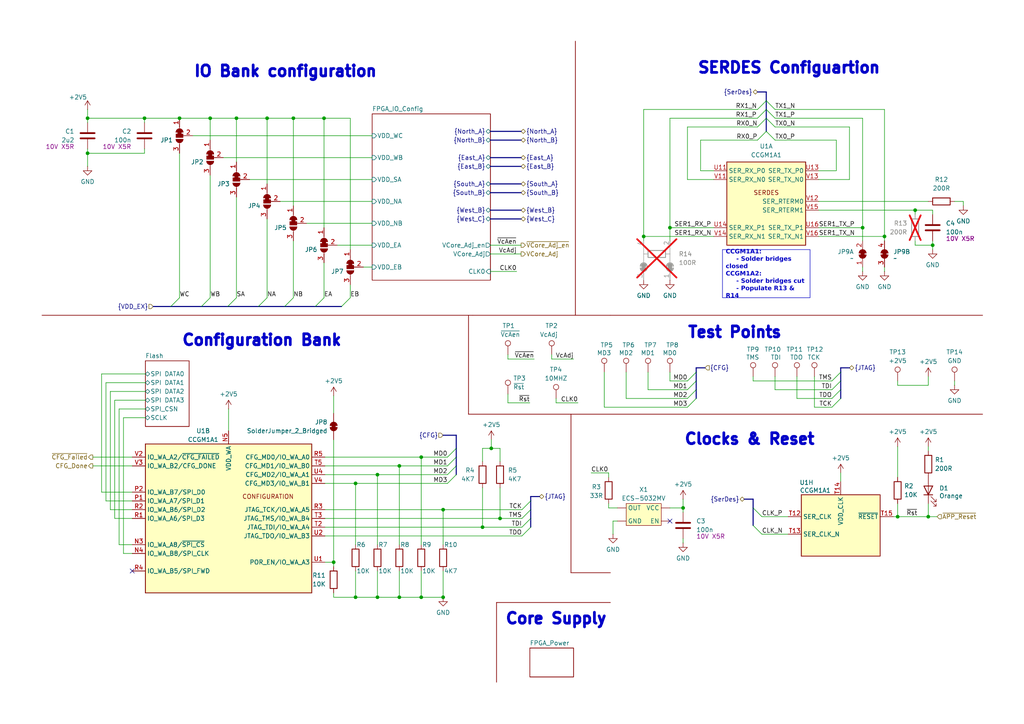
<source format=kicad_sch>
(kicad_sch (version 20250114) (generator "eeschema") (generator_version "9.0")
  (paper "A4")
  (title_block (title "CCSoM") (date "2024-12-20") (rev "1.0") (company "Technische Hochschule Köln") (comment 1 "Felix Sebastian Nitz "))
  (lib_symbols
    (symbol "CCGM1A2_1"
      (property "Reference" "U1" (at 0 12.192 0))
      (property "Value" "CCGM1A1" (at 0 9.652 0))
      (symbol "CCGM1A2_1_1_1"
        (text "SERDES" (at 0 -1.27 0) (effects (font (size 1.27 1.27))))
        (pin input line (at -15.24 5.08 0) (length 3.81) (name "SER_RX_P0") (number "U11"))
        (pin input line (at -15.24 2.54 0) (length 3.81) (name "SER_RX_N0") (number "V11"))
        (pin input line (at -15.24 -11.43 0) (length 3.81) (name "SER_RX_P1") (number "U14"))
        (pin input line (at -15.24 -13.97 0) (length 3.81) (name "SER_RX_N1") (number "V14"))
        (pin output line (at 15.24 5.08 180) (length 3.81) (name "SER_TX_P0") (number "U13"))
        (pin output line (at 15.24 2.54 180) (length 3.81) (name "SER_TX_N0") (number "V13"))
        (pin passive line (at 15.24 -3.81 180) (length 3.81) (name "SER_RTERM0") (number "V12"))
        (pin passive line (at 15.24 -6.35 180) (length 3.81) (name "SER_RTERM1") (number "V15"))
        (pin output line (at 15.24 -11.43 180) (length 3.81) (name "SER_TX_P1") (number "U16"))
        (pin output line (at 15.24 -13.97 180) (length 3.81) (name "SER_TX_N1") (number "V16"))
      )
      (symbol "CCGM1A2_1_2_1"
        (text "CONFIGURATION" (at -11.43 6.35 0) (effects (font (size 1.27 1.27))))
        (pin bidirectional line (at -27.94 17.78 0) (length 3.81) (name "CFG_MD0/IO_WA_A0") (number "R5"))
        (pin bidirectional line (at -27.94 15.24 0) (length 3.81) (name "CFG_MD1/IO_WA_B0") (number "T5"))
        (pin bidirectional line (at -27.94 12.7 0) (length 3.81) (name "CFG_MD2/IO_WA_A1") (number "U4"))
        (pin bidirectional line (at -27.94 10.16 0) (length 3.81) (name "CFG_MD3/IO_WA_B1") (number "V4"))
        (pin bidirectional line (at -27.94 2.54 0) (length 3.81) (name "JTAG_TCK/IO_WA_A5") (number "R3"))
        (pin bidirectional line (at -27.94 0 0) (length 3.81) (name "JTAG_TMS/IO_WA_B4") (number "T3"))
        (pin bidirectional line (at -27.94 -2.54 0) (length 3.81) (name "JTAG_TDI/IO_WA_A4") (number "T2"))
        (pin bidirectional line (at -27.94 -5.08 0) (length 3.81) (name "JTAG_TDO/IO_WA_B3") (number "U2"))
        (pin bidirectional line (at -27.94 -12.7 0) (length 3.81) (name "POR_EN/IO_WA_A3") (number "U1"))
        (pin power_in line (at 0 25.4 270) (length 3.81) (name "VDD_WA") (number "N5"))
        (pin passive line (at 0 25.4 270) (length 3.81) (hide yes) (name "VDD_WA") (number "P3"))
        (pin passive line (at 0 25.4 270) (length 3.81) (hide yes) (name "VDD_WA") (number "P5"))
        (pin passive line (at 0 25.4 270) (length 3.81) (hide yes) (name "VDD_WA") (number "T1"))
        (pin passive line (at 0 25.4 270) (length 3.81) (hide yes) (name "VDD_WA") (number "U3"))
        (pin bidirectional line (at 27.94 17.78 180) (length 3.81) (name "IO_WA_A2/~{CFG_FAILED}") (number "V2"))
        (pin bidirectional line (at 27.94 15.24 180) (length 3.81) (name "IO_WA_B2/CFG_DONE") (number "V3"))
        (pin bidirectional line (at 27.94 7.62 180) (length 3.81) (name "IO_WA_B7/SPI_D0") (number "P2"))
        (pin bidirectional line (at 27.94 5.08 180) (length 3.81) (name "IO_WA_A7/SPI_D1") (number "P1"))
        (pin bidirectional line (at 27.94 2.54 180) (length 3.81) (name "IO_WA_B6/SPI_D2") (number "R2"))
        (pin bidirectional line (at 27.94 0 180) (length 3.81) (name "IO_WA_A6/SPI_D3") (number "R1"))
        (pin bidirectional line (at 27.94 -7.62 180) (length 3.81) (name "IO_WA_A8/~{SPI_CS}") (number "N3"))
        (pin bidirectional line (at 27.94 -10.16 180) (length 3.81) (name "IO_WA_B8/SPI_CLK") (number "N4"))
        (pin bidirectional line (at 27.94 -15.24 180) (length 3.81) (name "IO_WA_B5/SPI_FWD") (number "R4"))
      )
      (symbol "CCGM1A2_1_3_1"
        (text "IO North" (at 0 2.54 0) (effects (font (size 1.27 1.27))))
        (pin bidirectional line (at -17.78 22.86 0) (length 3.81) (name "IO_NA_A0") (number "A3"))
        (pin bidirectional line (at -17.78 20.32 0) (length 3.81) (name "IO_NA_B0") (number "B3"))
        (pin bidirectional line (at -17.78 17.78 0) (length 3.81) (name "IO_NA_A1") (number "A4"))
        (pin bidirectional line (at -17.78 15.24 0) (length 3.81) (name "IO_NA_B1") (number "B4"))
        (pin bidirectional line (at -17.78 12.7 0) (length 3.81) (name "IO_NA_A2") (number "B5"))
        (pin bidirectional line (at -17.78 10.16 0) (length 3.81) (name "IO_NA_B2") (number "C5"))
        (pin bidirectional line (at -17.78 7.62 0) (length 3.81) (name "IO_NA_A3") (number "C6"))
        (pin bidirectional line (at -17.78 5.08 0) (length 3.81) (name "IO_NA_B3") (number "D6"))
        (pin bidirectional line (at -17.78 0 0) (length 3.81) (name "IO_NA_A4") (number "A6"))
        (pin bidirectional line (at -17.78 -2.54 0) (length 3.81) (name "IO_NA_B4") (number "B6"))
        (pin bidirectional line (at -17.78 -5.08 0) (length 3.81) (name "IO_NA_A5") (number "C7"))
        (pin bidirectional line (at -17.78 -7.62 0) (length 3.81) (name "IO_NA_B5") (number "D7"))
        (pin bidirectional line (at -17.78 -10.16 0) (length 3.81) (name "IO_NA_A6") (number "C8"))
        (pin bidirectional line (at -17.78 -12.7 0) (length 3.81) (name "IO_NA_B6") (number "D8"))
        (pin bidirectional line (at -17.78 -15.24 0) (length 3.81) (name "IO_NA_A7") (number "A8"))
        (pin bidirectional line (at -17.78 -17.78 0) (length 3.81) (name "IO_NA_B7") (number "B8"))
        (pin bidirectional line (at -17.78 -20.32 0) (length 3.81) (name "IO_NA_A8") (number "C9"))
        (pin bidirectional line (at -17.78 -22.86 0) (length 3.81) (name "IO_NA_B8") (number "D9"))
        (pin power_in line (at -2.54 30.48 270) (length 3.81) (name "VDD_NA") (number "A5"))
        (pin passive line (at -2.54 30.48 270) (length 3.81) (hide yes) (name "VDD_NA") (number "B7"))
        (pin passive line (at -2.54 30.48 270) (length 3.81) (hide yes) (name "VDD_NA") (number "E6"))
        (pin passive line (at -2.54 30.48 270) (length 3.81) (hide yes) (name "VDD_NA") (number "E8"))
        (pin passive line (at -2.54 30.48 270) (length 3.81) (hide yes) (name "VDD_NA") (number "F7"))
        (pin power_in line (at 2.54 30.48 270) (length 3.81) (name "VDD_NB") (number "B10"))
        (pin passive line (at 2.54 30.48 270) (length 3.81) (hide yes) (name "VDD_NB") (number "B13"))
        (pin passive line (at 2.54 30.48 270) (length 3.81) (hide yes) (name "VDD_NB") (number "E10"))
        (pin passive line (at 2.54 30.48 270) (length 3.81) (hide yes) (name "VDD_NB") (number "E12"))
        (pin passive line (at 2.54 30.48 270) (length 3.81) (hide yes) (name "VDD_NB") (number "F11"))
        (pin bidirectional line (at 17.78 22.86 180) (length 3.81) (name "IO_NB_A0") (number "B9"))
        (pin bidirectional line (at 17.78 20.32 180) (length 3.81) (name "IO_NB_B0") (number "A9"))
        (pin bidirectional line (at 17.78 17.78 180) (length 3.81) (name "IO_NB_A1") (number "D10"))
        (pin bidirectional line (at 17.78 15.24 180) (length 3.81) (name "IO_NB_B1") (number "C10"))
        (pin bidirectional line (at 17.78 12.7 180) (length 3.81) (name "IO_NB_A2") (number "B11"))
        (pin bidirectional line (at 17.78 10.16 180) (length 3.81) (name "IO_NB_B2") (number "A11"))
        (pin bidirectional line (at 17.78 7.62 180) (length 3.81) (name "IO_NB_A3") (number "D11"))
        (pin bidirectional line (at 17.78 5.08 180) (length 3.81) (name "IO_NB_B3") (number "C11"))
        (pin bidirectional line (at 17.78 0 180) (length 3.81) (name "IO_NB_A4") (number "B12"))
        (pin bidirectional line (at 17.78 -2.54 180) (length 3.81) (name "IO_NB_B4") (number "A12"))
        (pin bidirectional line (at 17.78 -5.08 180) (length 3.81) (name "IO_NB_A5") (number "D12"))
        (pin bidirectional line (at 17.78 -7.62 180) (length 3.81) (name "IO_NB_B5") (number "C12"))
        (pin bidirectional line (at 17.78 -10.16 180) (length 3.81) (name "IO_NB_A6") (number "D13"))
        (pin bidirectional line (at 17.78 -12.7 180) (length 3.81) (name "IO_NB_B6") (number "C13"))
        (pin bidirectional line (at 17.78 -15.24 180) (length 3.81) (name "IO_NB_A7") (number "B14"))
        (pin bidirectional line (at 17.78 -17.78 180) (length 3.81) (name "IO_NB_B7") (number "A14"))
        (pin bidirectional line (at 17.78 -20.32 180) (length 3.81) (name "IO_NB_A8") (number "D14"))
        (pin bidirectional line (at 17.78 -22.86 180) (length 3.81) (name "IO_NB_B8") (number "C14"))
      )
      (symbol "CCGM1A2_1_4_1"
        (text "IO East" (at 0 2.54 0) (effects (font (size 1.27 1.27))))
        (pin bidirectional line (at -17.78 22.86 0) (length 3.81) (name "IO_EA_A0") (number "M15"))
        (pin bidirectional line (at -17.78 20.32 0) (length 3.81) (name "IO_EA_B0") (number "M14"))
        (pin bidirectional line (at -17.78 17.78 0) (length 3.81) (name "IO_EA_A1") (number "L16"))
        (pin bidirectional line (at -17.78 15.24 0) (length 3.81) (name "IO_EA_B1") (number "L15"))
        (pin bidirectional line (at -17.78 12.7 0) (length 3.81) (name "IO_EA_A2") (number "K18"))
        (pin bidirectional line (at -17.78 10.16 0) (length 3.81) (name "IO_EA_B2") (number "K17"))
        (pin bidirectional line (at -17.78 7.62 0) (length 3.81) (name "IO_EA_A3") (number "K16"))
        (pin bidirectional line (at -17.78 5.08 0) (length 3.81) (name "IO_EA_B3") (number "K15"))
        (pin bidirectional line (at -17.78 0 0) (length 3.81) (name "IO_EA_A4") (number "J18"))
        (pin bidirectional line (at -17.78 -2.54 0) (length 3.81) (name "IO_EA_B4") (number "J17"))
        (pin bidirectional line (at -17.78 -5.08 0) (length 3.81) (name "IO_EA_A5") (number "J16"))
        (pin bidirectional line (at -17.78 -7.62 0) (length 3.81) (name "IO_EA_B5") (number "J15"))
        (pin bidirectional line (at -17.78 -10.16 0) (length 3.81) (name "IO_EA_A6") (number "H16"))
        (pin bidirectional line (at -17.78 -12.7 0) (length 3.81) (name "IO_EA_B6") (number "H15"))
        (pin bidirectional line (at -17.78 -15.24 0) (length 3.81) (name "IO_EA_A7") (number "G18"))
        (pin bidirectional line (at -17.78 -17.78 0) (length 3.81) (name "IO_EA_B7") (number "G17"))
        (pin bidirectional line (at -17.78 -20.32 0) (length 3.81) (name "IO_EA_A8") (number "G16"))
        (pin bidirectional line (at -17.78 -22.86 0) (length 3.81) (name "IO_EA_B8") (number "G15"))
        (pin power_in line (at -2.54 30.48 270) (length 3.81) (name "VDD_EA") (number "G14"))
        (pin passive line (at -2.54 30.48 270) (length 3.81) (hide yes) (name "VDD_EA") (number "H17"))
        (pin passive line (at -2.54 30.48 270) (length 3.81) (hide yes) (name "VDD_EA") (number "J14"))
        (pin passive line (at -2.54 30.48 270) (length 3.81) (hide yes) (name "VDD_EA") (number "L14"))
        (pin passive line (at -2.54 30.48 270) (length 3.81) (hide yes) (name "VDD_EA") (number "L17"))
        (pin power_in line (at 2.54 30.48 270) (length 3.81) (name "VDD_EB") (number "A16"))
        (pin passive line (at 2.54 30.48 270) (length 3.81) (hide yes) (name "VDD_EB") (number "B18"))
        (pin passive line (at 2.54 30.48 270) (length 3.81) (hide yes) (name "VDD_EB") (number "E14"))
        (pin passive line (at 2.54 30.48 270) (length 3.81) (hide yes) (name "VDD_EB") (number "E17"))
        (pin passive line (at 2.54 30.48 270) (length 3.81) (hide yes) (name "VDD_EB") (number "F13"))
        (pin bidirectional line (at 17.78 22.86 180) (length 3.81) (name "IO_EB_A0") (number "F18"))
        (pin bidirectional line (at 17.78 20.32 180) (length 3.81) (name "IO_EB_B0") (number "F17"))
        (pin bidirectional line (at 17.78 17.78 180) (length 3.81) (name "IO_EB_A1") (number "F16"))
        (pin bidirectional line (at 17.78 15.24 180) (length 3.81) (name "IO_EB_B1") (number "F15"))
        (pin bidirectional line (at 17.78 12.7 180) (length 3.81) (name "IO_EB_A2") (number "D18"))
        (pin bidirectional line (at 17.78 10.16 180) (length 3.81) (name "IO_EB_B2") (number "D17"))
        (pin bidirectional line (at 17.78 7.62 180) (length 3.81) (name "IO_EB_A3") (number "E16"))
        (pin bidirectional line (at 17.78 5.08 180) (length 3.81) (name "IO_EB_B3") (number "E15"))
        (pin bidirectional line (at 17.78 0 180) (length 3.81) (name "IO_EB_A4") (number "C18"))
        (pin bidirectional line (at 17.78 -2.54 180) (length 3.81) (name "IO_EB_B4") (number "C17"))
        (pin bidirectional line (at 17.78 -5.08 180) (length 3.81) (name "IO_EB_A5") (number "B17"))
        (pin bidirectional line (at 17.78 -7.62 180) (length 3.81) (name "IO_EB_B5") (number "A17"))
        (pin bidirectional line (at 17.78 -10.16 180) (length 3.81) (name "IO_EB_A6") (number "D16"))
        (pin bidirectional line (at 17.78 -12.7 180) (length 3.81) (name "IO_EB_B6") (number "C16"))
        (pin bidirectional line (at 17.78 -15.24 180) (length 3.81) (name "IO_EB_A7") (number "D15"))
        (pin bidirectional line (at 17.78 -17.78 180) (length 3.81) (name "IO_EB_B7") (number "C15"))
        (pin bidirectional line (at 17.78 -20.32 180) (length 3.81) (name "IO_EB_A8") (number "B15"))
        (pin bidirectional line (at 17.78 -22.86 180) (length 3.81) (name "IO_EB_B8") (number "A15"))
      )
      (symbol "CCGM1A2_1_5_1"
        (text "IO South" (at 0 2.54 0) (effects (font (size 1.27 1.27))))
        (pin bidirectional line (at -17.78 22.86 0) (length 3.81) (name "IO_SA_A0") (number "U5"))
        (pin bidirectional line (at -17.78 20.32 0) (length 3.81) (name "IO_SA_B0") (number "V5"))
        (pin bidirectional line (at -17.78 17.78 0) (length 3.81) (name "IO_SA_A1") (number "R6"))
        (pin bidirectional line (at -17.78 15.24 0) (length 3.81) (name "IO_SA_B1") (number "T6"))
        (pin bidirectional line (at -17.78 12.7 0) (length 3.81) (name "IO_SA_A2") (number "R7"))
        (pin bidirectional line (at -17.78 10.16 0) (length 3.81) (name "IO_SA_B2") (number "T7"))
        (pin bidirectional line (at -17.78 7.62 0) (length 3.81) (name "IO_SA_A3") (number "U7"))
        (pin bidirectional line (at -17.78 5.08 0) (length 3.81) (name "IO_SA_B3") (number "V7"))
        (pin bidirectional line (at -17.78 0 0) (length 3.81) (name "IO_SA_A4") (number "R8"))
        (pin bidirectional line (at -17.78 -2.54 0) (length 3.81) (name "IO_SA_B4") (number "T8"))
        (pin bidirectional line (at -17.78 -5.08 0) (length 3.81) (name "IO_SA_A5") (number "U8"))
        (pin bidirectional line (at -17.78 -7.62 0) (length 3.81) (name "IO_SA_B5") (number "V8"))
        (pin bidirectional line (at -17.78 -10.16 0) (length 3.81) (name "IO_SA_A6") (number "R9"))
        (pin bidirectional line (at -17.78 -12.7 0) (length 3.81) (name "IO_SA_B6") (number "T9"))
        (pin bidirectional line (at -17.78 -15.24 0) (length 3.81) (name "IO_SA_A7") (number "R10"))
        (pin bidirectional line (at -17.78 -17.78 0) (length 3.81) (name "IO_SA_B7") (number "T10"))
        (pin bidirectional line (at -17.78 -20.32 0) (length 3.81) (name "IO_SA_A8") (number "U10"))
        (pin bidirectional line (at -17.78 -22.86 0) (length 3.81) (name "IO_SA_B8") (number "V10"))
        (pin passive line (at -2.54 30.48 270) (length 3.81) (hide yes) (name "VDD_SA") (number "P10"))
        (pin power_in line (at -2.54 30.48 270) (length 3.81) (name "VDD_SA") (number "P6"))
        (pin passive line (at -2.54 30.48 270) (length 3.81) (hide yes) (name "VDD_SA") (number "P8"))
        (pin passive line (at -2.54 30.48 270) (length 3.81) (hide yes) (name "VDD_SA") (number "U6"))
        (pin passive line (at -2.54 30.48 270) (length 3.81) (hide yes) (name "VDD_SA") (number "U9"))
        (pin power_in line (at 2.54 30.48 270) (length 3.81) (name "VDD_SB") (number "N11"))
        (pin passive line (at 2.54 30.48 270) (length 3.81) (hide yes) (name "VDD_SB") (number "N13"))
        (pin passive line (at 2.54 30.48 270) (length 3.81) (hide yes) (name "VDD_SB") (number "N18"))
        (pin passive line (at 2.54 30.48 270) (length 3.81) (hide yes) (name "VDD_SB") (number "R15"))
        (pin passive line (at 2.54 30.48 270) (length 3.81) (hide yes) (name "VDD_SB") (number "T18"))
        (pin bidirectional line (at 17.78 22.86 180) (length 3.81) (name "IO_SB_A0") (number "U17"))
        (pin bidirectional line (at 17.78 20.32 180) (length 3.81) (name "IO_SB_B0") (number "U18"))
        (pin bidirectional line (at 17.78 17.78 180) (length 3.81) (name "IO_SB_A1") (number "R17"))
        (pin bidirectional line (at 17.78 15.24 180) (length 3.81) (name "IO_SB_B1") (number "R18"))
        (pin bidirectional line (at 17.78 12.7 180) (length 3.81) (name "IO_SB_A2") (number "P17"))
        (pin bidirectional line (at 17.78 10.16 180) (length 3.81) (name "IO_SB_B2") (number "P18"))
        (pin bidirectional line (at 17.78 7.62 180) (length 3.81) (name "IO_SB_A3") (number "M17"))
        (pin bidirectional line (at 17.78 5.08 180) (length 3.81) (name "IO_SB_B3") (number "M18"))
        (pin bidirectional line (at 17.78 0 180) (length 3.81) (name "IO_SB_A4") (number "P11"))
        (pin bidirectional line (at 17.78 -2.54 180) (length 3.81) (name "IO_SB_B4") (number "R11"))
        (pin bidirectional line (at 17.78 -5.08 180) (length 3.81) (name "CLK3/IO_SB_A5") (number "R13"))
        (pin bidirectional line (at 17.78 -7.62 180) (length 3.81) (name "IO_SB_B5") (number "R14"))
        (pin bidirectional line (at 17.78 -10.16 180) (length 3.81) (name "CLK2/IO_SB_A6") (number "P14"))
        (pin bidirectional line (at 17.78 -12.7 180) (length 3.81) (name "IO_SB_B6") (number "P15"))
        (pin bidirectional line (at 17.78 -15.24 180) (length 3.81) (name "CLK1/IO_SB_A7") (number "P12"))
        (pin bidirectional line (at 17.78 -17.78 180) (length 3.81) (name "IO_SB_B7") (number "P13"))
        (pin bidirectional line (at 17.78 -20.32 180) (length 3.81) (name "CLK0/IO_SB_A8") (number "N14"))
        (pin bidirectional line (at 17.78 -22.86 180) (length 3.81) (name "IO_SB_B8") (number "N15"))
      )
      (symbol "CCGM1A2_1_6_1"
        (text "IO West" (at 0 2.54 0) (effects (font (size 1.27 1.27))))
        (pin bidirectional line (at -17.78 22.86 0) (length 3.81) (name "IO_WB_A0") (number "N1"))
        (pin bidirectional line (at -17.78 20.32 0) (length 3.81) (name "IO_WB_B0") (number "N2"))
        (pin bidirectional line (at -17.78 17.78 0) (length 3.81) (name "IO_WB_A1") (number "M3"))
        (pin bidirectional line (at -17.78 15.24 0) (length 3.81) (name "IO_WB_B1") (number "M4"))
        (pin bidirectional line (at -17.78 12.7 0) (length 3.81) (name "IO_WB_A2") (number "L3"))
        (pin bidirectional line (at -17.78 10.16 0) (length 3.81) (name "IO_WB_B2") (number "L4"))
        (pin bidirectional line (at -17.78 7.62 0) (length 3.81) (name "IO_WB_A3") (number "L1"))
        (pin bidirectional line (at -17.78 5.08 0) (length 3.81) (name "IO_WB_B3") (number "L2"))
        (pin bidirectional line (at -17.78 0 0) (length 3.81) (name "IO_WB_A4") (number "K3"))
        (pin bidirectional line (at -17.78 -2.54 0) (length 3.81) (name "IO_WB_B4") (number "K4"))
        (pin bidirectional line (at -17.78 -5.08 0) (length 3.81) (name "IO_WB_A5") (number "K1"))
        (pin bidirectional line (at -17.78 -7.62 0) (length 3.81) (name "IO_WB_B5") (number "K2"))
        (pin bidirectional line (at -17.78 -10.16 0) (length 3.81) (name "IO_WB_A6") (number "J3"))
        (pin bidirectional line (at -17.78 -12.7 0) (length 3.81) (name "IO_WB_B6") (number "J4"))
        (pin bidirectional line (at -17.78 -15.24 0) (length 3.81) (name "IO_WB_A7") (number "H1"))
        (pin bidirectional line (at -17.78 -17.78 0) (length 3.81) (name "IO_WB_B7") (number "H2"))
        (pin bidirectional line (at -17.78 -20.32 0) (length 3.81) (name "IO_WB_A8") (number "H3"))
        (pin bidirectional line (at -17.78 -22.86 0) (length 3.81) (name "IO_WB_B8") (number "H4"))
        (pin power_in line (at -2.54 30.48 270) (length 3.81) (name "VDD_WB") (number "H5"))
        (pin passive line (at -2.54 30.48 270) (length 3.81) (hide yes) (name "VDD_WB") (number "J2"))
        (pin passive line (at -2.54 30.48 270) (length 3.81) (hide yes) (name "VDD_WB") (number "K5"))
        (pin passive line (at -2.54 30.48 270) (length 3.81) (hide yes) (name "VDD_WB") (number "M2"))
        (pin passive line (at -2.54 30.48 270) (length 3.81) (hide yes) (name "VDD_WB") (number "M5"))
        (pin power_in line (at 2.54 30.48 270) (length 3.81) (name "VDD_WC") (number "A2"))
        (pin passive line (at 2.54 30.48 270) (length 3.81) (hide yes) (name "VDD_WC") (number "C2"))
        (pin passive line (at 2.54 30.48 270) (length 3.81) (hide yes) (name "VDD_WC") (number "D5"))
        (pin passive line (at 2.54 30.48 270) (length 3.81) (hide yes) (name "VDD_WC") (number "F2"))
        (pin passive line (at 2.54 30.48 270) (length 3.81) (hide yes) (name "VDD_WC") (number "F5"))
        (pin bidirectional line (at 17.78 22.86 180) (length 3.81) (name "IO_WC_A0") (number "G1"))
        (pin bidirectional line (at 17.78 20.32 180) (length 3.81) (name "IO_WC_B0") (number "G2"))
        (pin bidirectional line (at 17.78 17.78 180) (length 3.81) (name "IO_WC_A1") (number "G3"))
        (pin bidirectional line (at 17.78 15.24 180) (length 3.81) (name "IO_WC_B1") (number "G4"))
        (pin bidirectional line (at 17.78 12.7 180) (length 3.81) (name "IO_WC_A2") (number "F3"))
        (pin bidirectional line (at 17.78 10.16 180) (length 3.81) (name "IO_WC_B2") (number "F4"))
        (pin bidirectional line (at 17.78 7.62 180) (length 3.81) (name "IO_WC_A3") (number "E1"))
        (pin bidirectional line (at 17.78 5.08 180) (length 3.81) (name "IO_WC_B3") (number "E2"))
        (pin bidirectional line (at 17.78 0 180) (length 3.81) (name "IO_WC_A4") (number "E3"))
        (pin bidirectional line (at 17.78 -2.54 180) (length 3.81) (name "IO_WC_B4") (number "E4"))
        (pin bidirectional line (at 17.78 -5.08 180) (length 3.81) (name "IO_WC_A5") (number "D1"))
        (pin bidirectional line (at 17.78 -7.62 180) (length 3.81) (name "IO_WC_B5") (number "D2"))
        (pin bidirectional line (at 17.78 -10.16 180) (length 3.81) (name "IO_WC_A6") (number "D3"))
        (pin bidirectional line (at 17.78 -12.7 180) (length 3.81) (name "IO_WC_B6") (number "D4"))
        (pin bidirectional line (at 17.78 -15.24 180) (length 3.81) (name "IO_WC_A7") (number "C3"))
        (pin bidirectional line (at 17.78 -17.78 180) (length 3.81) (name "IO_WC_B7") (number "C4"))
        (pin bidirectional line (at 17.78 -20.32 180) (length 3.81) (name "IO_WC_A8") (number "B1"))
        (pin bidirectional line (at 17.78 -22.86 180) (length 3.81) (name "IO_WC_B8") (number "B2"))
      )
      (symbol "CCGM1A2_1_7_1"
        (text "Power" (at 2.54 -3.81 0) (effects (font (size 1.27 1.27)) (justify right)))
        (pin power_in line (at -7.62 15.24 270) (length 3.81) (name "VDD_SER") (number "U12"))
        (pin passive line (at -7.62 15.24 270) (length 3.81) (hide yes) (name "VDD_SER") (number "V17"))
        (pin power_in line (at -2.54 15.24 270) (length 3.81) (name "VDD_SER_PLL") (number "T16"))
        (pin power_in line (at 0 -15.24 90) (length 3.81) (name "GND") (number "A1"))
        (pin passive line (at 0 -15.24 90) (length 3.81) (hide yes) (name "GND") (number "A10"))
        (pin passive line (at 0 -15.24 90) (length 3.81) (hide yes) (name "GND") (number "A13"))
        (pin passive line (at 0 -15.24 90) (length 3.81) (hide yes) (name "GND") (number "A18"))
        (pin passive line (at 0 -15.24 90) (length 3.81) (hide yes) (name "GND") (number "A7"))
        (pin passive line (at 0 -15.24 90) (length 3.81) (hide yes) (name "GND") (number "B16"))
        (pin passive line (at 0 -15.24 90) (length 3.81) (hide yes) (name "GND") (number "C1"))
        (pin passive line (at 0 -15.24 90) (length 3.81) (hide yes) (name "GND") (number "E11"))
        (pin passive line (at 0 -15.24 90) (length 3.81) (hide yes) (name "GND") (number "E13"))
        (pin passive line (at 0 -15.24 90) (length 3.81) (hide yes) (name "GND") (number "E18"))
        (pin passive line (at 0 -15.24 90) (length 3.81) (hide yes) (name "GND") (number "E5"))
        (pin passive line (at 0 -15.24 90) (length 3.81) (hide yes) (name "GND") (number "E7"))
        (pin passive line (at 0 -15.24 90) (length 3.81) (hide yes) (name "GND") (number "E9"))
        (pin passive line (at 0 -15.24 90) (length 3.81) (hide yes) (name "GND") (number "F1"))
        (pin passive line (at 0 -15.24 90) (length 3.81) (hide yes) (name "GND") (number "F10"))
        (pin passive line (at 0 -15.24 90) (length 3.81) (hide yes) (name "GND") (number "F12"))
        (pin passive line (at 0 -15.24 90) (length 3.81) (hide yes) (name "GND") (number "F14"))
        (pin passive line (at 0 -15.24 90) (length 3.81) (hide yes) (name "GND") (number "F6"))
        (pin passive line (at 0 -15.24 90) (length 3.81) (hide yes) (name "GND") (number "F8"))
        (pin passive line (at 0 -15.24 90) (length 3.81) (hide yes) (name "GND") (number "G11"))
        (pin passive line (at 0 -15.24 90) (length 3.81) (hide yes) (name "GND") (number "G13"))
        (pin passive line (at 0 -15.24 90) (length 3.81) (hide yes) (name "GND") (number "G5"))
        (pin passive line (at 0 -15.24 90) (length 3.81) (hide yes) (name "GND") (number "G7"))
        (pin passive line (at 0 -15.24 90) (length 3.81) (hide yes) (name "GND") (number "G9"))
        (pin passive line (at 0 -15.24 90) (length 3.81) (hide yes) (name "GND") (number "H10"))
        (pin passive line (at 0 -15.24 90) (length 3.81) (hide yes) (name "GND") (number "H12"))
        (pin passive line (at 0 -15.24 90) (length 3.81) (hide yes) (name "GND") (number "H14"))
        (pin passive line (at 0 -15.24 90) (length 3.81) (hide yes) (name "GND") (number "H18"))
        (pin passive line (at 0 -15.24 90) (length 3.81) (hide yes) (name "GND") (number "H6"))
        (pin passive line (at 0 -15.24 90) (length 3.81) (hide yes) (name "GND") (number "H8"))
        (pin passive line (at 0 -15.24 90) (length 3.81) (hide yes) (name "GND") (number "J1"))
        (pin passive line (at 0 -15.24 90) (length 3.81) (hide yes) (name "GND") (number "J11"))
        (pin passive line (at 0 -15.24 90) (length 3.81) (hide yes) (name "GND") (number "J13"))
        (pin passive line (at 0 -15.24 90) (length 3.81) (hide yes) (name "GND") (number "J5"))
        (pin passive line (at 0 -15.24 90) (length 3.81) (hide yes) (name "GND") (number "J7"))
        (pin passive line (at 0 -15.24 90) (length 3.81) (hide yes) (name "GND") (number "J9"))
        (pin passive line (at 0 -15.24 90) (length 3.81) (hide yes) (name "GND") (number "K10"))
        (pin passive line (at 0 -15.24 90) (length 3.81) (hide yes) (name "GND") (number "K12"))
        (pin passive line (at 0 -15.24 90) (length 3.81) (hide yes) (name "GND") (number "K14"))
        (pin passive line (at 0 -15.24 90) (length 3.81) (hide yes) (name "GND") (number "K6"))
        (pin passive line (at 0 -15.24 90) (length 3.81) (hide yes) (name "GND") (number "K8"))
        (pin passive line (at 0 -15.24 90) (length 3.81) (hide yes) (name "GND") (number "L11"))
        (pin passive line (at 0 -15.24 90) (length 3.81) (hide yes) (name "GND") (number "L13"))
        (pin passive line (at 0 -15.24 90) (length 3.81) (hide yes) (name "GND") (number "L18"))
        (pin passive line (at 0 -15.24 90) (length 3.81) (hide yes) (name "GND") (number "L5"))
        (pin passive line (at 0 -15.24 90) (length 3.81) (hide yes) (name "GND") (number "L7"))
        (pin passive line (at 0 -15.24 90) (length 3.81) (hide yes) (name "GND") (number "L9"))
        (pin passive line (at 0 -15.24 90) (length 3.81) (hide yes) (name "GND") (number "M1"))
        (pin passive line (at 0 -15.24 90) (length 3.81) (hide yes) (name "GND") (number "M10"))
        (pin passive line (at 0 -15.24 90) (length 3.81) (hide yes) (name "GND") (number "M12"))
        (pin passive line (at 0 -15.24 90) (length 3.81) (hide yes) (name "GND") (number "M16"))
        (pin passive line (at 0 -15.24 90) (length 3.81) (hide yes) (name "GND") (number "M6"))
        (pin passive line (at 0 -15.24 90) (length 3.81) (hide yes) (name "GND") (number "M8"))
        (pin passive line (at 0 -15.24 90) (length 3.81) (hide yes) (name "GND") (number "N12"))
        (pin passive line (at 0 -15.24 90) (length 3.81) (hide yes) (name "GND") (number "N17"))
        (pin passive line (at 0 -15.24 90) (length 3.81) (hide yes) (name "GND") (number "N7"))
        (pin passive line (at 0 -15.24 90) (length 3.81) (hide yes) (name "GND") (number "N9"))
        (pin passive line (at 0 -15.24 90) (length 3.81) (hide yes) (name "GND") (number "P4"))
        (pin passive line (at 0 -15.24 90) (length 3.81) (hide yes) (name "GND") (number "P7"))
        (pin passive line (at 0 -15.24 90) (length 3.81) (hide yes) (name "GND") (number "P9"))
        (pin passive line (at 0 -15.24 90) (length 3.81) (hide yes) (name "GND") (number "R12"))
        (pin passive line (at 0 -15.24 90) (length 3.81) (hide yes) (name "GND") (number "R16"))
        (pin passive line (at 0 -15.24 90) (length 3.81) (hide yes) (name "GND") (number "T11"))
        (pin passive line (at 0 -15.24 90) (length 3.81) (hide yes) (name "GND") (number "T17"))
        (pin passive line (at 0 -15.24 90) (length 3.81) (hide yes) (name "GND") (number "T4"))
        (pin passive line (at 0 -15.24 90) (length 3.81) (hide yes) (name "GND") (number "U15"))
        (pin passive line (at 0 -15.24 90) (length 3.81) (hide yes) (name "GND") (number "V1"))
        (pin passive line (at 0 -15.24 90) (length 3.81) (hide yes) (name "GND") (number "V18"))
        (pin passive line (at 0 -15.24 90) (length 3.81) (hide yes) (name "GND") (number "V6"))
        (pin passive line (at 0 -15.24 90) (length 3.81) (hide yes) (name "GND") (number "V9"))
        (pin power_in line (at 2.54 15.24 270) (length 3.81) (name "VDD_PLL") (number "P16"))
        (pin power_in line (at 7.62 15.24 270) (length 3.81) (name "VDD") (number "F9"))
        (pin passive line (at 7.62 15.24 270) (length 3.81) (hide yes) (name "VDD") (number "G10"))
        (pin passive line (at 7.62 15.24 270) (length 3.81) (hide yes) (name "VDD") (number "G12"))
        (pin passive line (at 7.62 15.24 270) (length 3.81) (hide yes) (name "VDD") (number "G6"))
        (pin passive line (at 7.62 15.24 270) (length 3.81) (hide yes) (name "VDD") (number "G8"))
        (pin passive line (at 7.62 15.24 270) (length 3.81) (hide yes) (name "VDD") (number "H11"))
        (pin passive line (at 7.62 15.24 270) (length 3.81) (hide yes) (name "VDD") (number "H13"))
        (pin passive line (at 7.62 15.24 270) (length 3.81) (hide yes) (name "VDD") (number "H7"))
        (pin passive line (at 7.62 15.24 270) (length 3.81) (hide yes) (name "VDD") (number "H9"))
        (pin passive line (at 7.62 15.24 270) (length 3.81) (hide yes) (name "VDD") (number "J10"))
        (pin passive line (at 7.62 15.24 270) (length 3.81) (hide yes) (name "VDD") (number "J12"))
        (pin passive line (at 7.62 15.24 270) (length 3.81) (hide yes) (name "VDD") (number "J6"))
        (pin passive line (at 7.62 15.24 270) (length 3.81) (hide yes) (name "VDD") (number "J8"))
        (pin passive line (at 7.62 15.24 270) (length 3.81) (hide yes) (name "VDD") (number "K11"))
        (pin passive line (at 7.62 15.24 270) (length 3.81) (hide yes) (name "VDD") (number "K13"))
        (pin passive line (at 7.62 15.24 270) (length 3.81) (hide yes) (name "VDD") (number "K7"))
        (pin passive line (at 7.62 15.24 270) (length 3.81) (hide yes) (name "VDD") (number "K9"))
        (pin passive line (at 7.62 15.24 270) (length 3.81) (hide yes) (name "VDD") (number "L10"))
        (pin passive line (at 7.62 15.24 270) (length 3.81) (hide yes) (name "VDD") (number "L12"))
        (pin passive line (at 7.62 15.24 270) (length 3.81) (hide yes) (name "VDD") (number "L6"))
        (pin passive line (at 7.62 15.24 270) (length 3.81) (hide yes) (name "VDD") (number "L8"))
        (pin passive line (at 7.62 15.24 270) (length 3.81) (hide yes) (name "VDD") (number "M11"))
        (pin passive line (at 7.62 15.24 270) (length 3.81) (hide yes) (name "VDD") (number "M13"))
        (pin passive line (at 7.62 15.24 270) (length 3.81) (hide yes) (name "VDD") (number "M7"))
        (pin passive line (at 7.62 15.24 270) (length 3.81) (hide yes) (name "VDD") (number "M9"))
        (pin passive line (at 7.62 15.24 270) (length 3.81) (hide yes) (name "VDD") (number "N10"))
        (pin passive line (at 7.62 15.24 270) (length 3.81) (hide yes) (name "VDD") (number "N6"))
        (pin passive line (at 7.62 15.24 270) (length 3.81) (hide yes) (name "VDD") (number "N8"))
        (pin no_connect line (at 10.16 -7.62 180) (length 3.81) (hide yes) (name "NC") (number "N16"))
      )
      (symbol "CCGM1A2_1_8_1"
        (pin input line (at -15.24 2.54 0) (length 3.81) (name "SER_CLK") (number "T12"))
        (pin input line (at -15.24 -2.54 0) (length 3.81) (name "SER_CLK_N") (number "T13"))
        (pin power_in line (at 0 12.7 270) (length 3.81) (name "VDD_CLK") (number "T14"))
        (pin input line (at 15.24 2.54 180) (length 3.81) (name "~{RESET}") (number "T15"))
      )
    )
    (symbol "CCGM1A2_2"
      (property "Reference" "U1" (at 0 12.192 0))
      (property "Value" "CCGM1A1" (at 0 9.652 0))
      (symbol "CCGM1A2_2_1_1"
        (text "SERDES" (at 0 -1.27 0) (effects (font (size 1.27 1.27))))
        (pin input line (at -15.24 5.08 0) (length 3.81) (name "SER_RX_P0") (number "U11"))
        (pin input line (at -15.24 2.54 0) (length 3.81) (name "SER_RX_N0") (number "V11"))
        (pin input line (at -15.24 -11.43 0) (length 3.81) (name "SER_RX_P1") (number "U14"))
        (pin input line (at -15.24 -13.97 0) (length 3.81) (name "SER_RX_N1") (number "V14"))
        (pin output line (at 15.24 5.08 180) (length 3.81) (name "SER_TX_P0") (number "U13"))
        (pin output line (at 15.24 2.54 180) (length 3.81) (name "SER_TX_N0") (number "V13"))
        (pin passive line (at 15.24 -3.81 180) (length 3.81) (name "SER_RTERM0") (number "V12"))
        (pin passive line (at 15.24 -6.35 180) (length 3.81) (name "SER_RTERM1") (number "V15"))
        (pin output line (at 15.24 -11.43 180) (length 3.81) (name "SER_TX_P1") (number "U16"))
        (pin output line (at 15.24 -13.97 180) (length 3.81) (name "SER_TX_N1") (number "V16"))
      )
      (symbol "CCGM1A2_2_2_1"
        (text "CONFIGURATION" (at -11.43 6.35 0) (effects (font (size 1.27 1.27))))
        (pin bidirectional line (at -27.94 17.78 0) (length 3.81) (name "CFG_MD0/IO_WA_A0") (number "R5"))
        (pin bidirectional line (at -27.94 15.24 0) (length 3.81) (name "CFG_MD1/IO_WA_B0") (number "T5"))
        (pin bidirectional line (at -27.94 12.7 0) (length 3.81) (name "CFG_MD2/IO_WA_A1") (number "U4"))
        (pin bidirectional line (at -27.94 10.16 0) (length 3.81) (name "CFG_MD3/IO_WA_B1") (number "V4"))
        (pin bidirectional line (at -27.94 2.54 0) (length 3.81) (name "JTAG_TCK/IO_WA_A5") (number "R3"))
        (pin bidirectional line (at -27.94 0 0) (length 3.81) (name "JTAG_TMS/IO_WA_B4") (number "T3"))
        (pin bidirectional line (at -27.94 -2.54 0) (length 3.81) (name "JTAG_TDI/IO_WA_A4") (number "T2"))
        (pin bidirectional line (at -27.94 -5.08 0) (length 3.81) (name "JTAG_TDO/IO_WA_B3") (number "U2"))
        (pin bidirectional line (at -27.94 -12.7 0) (length 3.81) (name "POR_EN/IO_WA_A3") (number "U1"))
        (pin power_in line (at 0 25.4 270) (length 3.81) (name "VDD_WA") (number "N5"))
        (pin passive line (at 0 25.4 270) (length 3.81) (hide yes) (name "VDD_WA") (number "P3"))
        (pin passive line (at 0 25.4 270) (length 3.81) (hide yes) (name "VDD_WA") (number "P5"))
        (pin passive line (at 0 25.4 270) (length 3.81) (hide yes) (name "VDD_WA") (number "T1"))
        (pin passive line (at 0 25.4 270) (length 3.81) (hide yes) (name "VDD_WA") (number "U3"))
        (pin bidirectional line (at 27.94 17.78 180) (length 3.81) (name "IO_WA_A2/~{CFG_FAILED}") (number "V2"))
        (pin bidirectional line (at 27.94 15.24 180) (length 3.81) (name "IO_WA_B2/CFG_DONE") (number "V3"))
        (pin bidirectional line (at 27.94 7.62 180) (length 3.81) (name "IO_WA_B7/SPI_D0") (number "P2"))
        (pin bidirectional line (at 27.94 5.08 180) (length 3.81) (name "IO_WA_A7/SPI_D1") (number "P1"))
        (pin bidirectional line (at 27.94 2.54 180) (length 3.81) (name "IO_WA_B6/SPI_D2") (number "R2"))
        (pin bidirectional line (at 27.94 0 180) (length 3.81) (name "IO_WA_A6/SPI_D3") (number "R1"))
        (pin bidirectional line (at 27.94 -7.62 180) (length 3.81) (name "IO_WA_A8/~{SPI_CS}") (number "N3"))
        (pin bidirectional line (at 27.94 -10.16 180) (length 3.81) (name "IO_WA_B8/SPI_CLK") (number "N4"))
        (pin bidirectional line (at 27.94 -15.24 180) (length 3.81) (name "IO_WA_B5/SPI_FWD") (number "R4"))
      )
      (symbol "CCGM1A2_2_3_1"
        (text "IO North" (at 0 2.54 0) (effects (font (size 1.27 1.27))))
        (pin bidirectional line (at -17.78 22.86 0) (length 3.81) (name "IO_NA_A0") (number "A3"))
        (pin bidirectional line (at -17.78 20.32 0) (length 3.81) (name "IO_NA_B0") (number "B3"))
        (pin bidirectional line (at -17.78 17.78 0) (length 3.81) (name "IO_NA_A1") (number "A4"))
        (pin bidirectional line (at -17.78 15.24 0) (length 3.81) (name "IO_NA_B1") (number "B4"))
        (pin bidirectional line (at -17.78 12.7 0) (length 3.81) (name "IO_NA_A2") (number "B5"))
        (pin bidirectional line (at -17.78 10.16 0) (length 3.81) (name "IO_NA_B2") (number "C5"))
        (pin bidirectional line (at -17.78 7.62 0) (length 3.81) (name "IO_NA_A3") (number "C6"))
        (pin bidirectional line (at -17.78 5.08 0) (length 3.81) (name "IO_NA_B3") (number "D6"))
        (pin bidirectional line (at -17.78 0 0) (length 3.81) (name "IO_NA_A4") (number "A6"))
        (pin bidirectional line (at -17.78 -2.54 0) (length 3.81) (name "IO_NA_B4") (number "B6"))
        (pin bidirectional line (at -17.78 -5.08 0) (length 3.81) (name "IO_NA_A5") (number "C7"))
        (pin bidirectional line (at -17.78 -7.62 0) (length 3.81) (name "IO_NA_B5") (number "D7"))
        (pin bidirectional line (at -17.78 -10.16 0) (length 3.81) (name "IO_NA_A6") (number "C8"))
        (pin bidirectional line (at -17.78 -12.7 0) (length 3.81) (name "IO_NA_B6") (number "D8"))
        (pin bidirectional line (at -17.78 -15.24 0) (length 3.81) (name "IO_NA_A7") (number "A8"))
        (pin bidirectional line (at -17.78 -17.78 0) (length 3.81) (name "IO_NA_B7") (number "B8"))
        (pin bidirectional line (at -17.78 -20.32 0) (length 3.81) (name "IO_NA_A8") (number "C9"))
        (pin bidirectional line (at -17.78 -22.86 0) (length 3.81) (name "IO_NA_B8") (number "D9"))
        (pin power_in line (at -2.54 30.48 270) (length 3.81) (name "VDD_NA") (number "A5"))
        (pin passive line (at -2.54 30.48 270) (length 3.81) (hide yes) (name "VDD_NA") (number "B7"))
        (pin passive line (at -2.54 30.48 270) (length 3.81) (hide yes) (name "VDD_NA") (number "E6"))
        (pin passive line (at -2.54 30.48 270) (length 3.81) (hide yes) (name "VDD_NA") (number "E8"))
        (pin passive line (at -2.54 30.48 270) (length 3.81) (hide yes) (name "VDD_NA") (number "F7"))
        (pin power_in line (at 2.54 30.48 270) (length 3.81) (name "VDD_NB") (number "B10"))
        (pin passive line (at 2.54 30.48 270) (length 3.81) (hide yes) (name "VDD_NB") (number "B13"))
        (pin passive line (at 2.54 30.48 270) (length 3.81) (hide yes) (name "VDD_NB") (number "E10"))
        (pin passive line (at 2.54 30.48 270) (length 3.81) (hide yes) (name "VDD_NB") (number "E12"))
        (pin passive line (at 2.54 30.48 270) (length 3.81) (hide yes) (name "VDD_NB") (number "F11"))
        (pin bidirectional line (at 17.78 22.86 180) (length 3.81) (name "IO_NB_A0") (number "B9"))
        (pin bidirectional line (at 17.78 20.32 180) (length 3.81) (name "IO_NB_B0") (number "A9"))
        (pin bidirectional line (at 17.78 17.78 180) (length 3.81) (name "IO_NB_A1") (number "D10"))
        (pin bidirectional line (at 17.78 15.24 180) (length 3.81) (name "IO_NB_B1") (number "C10"))
        (pin bidirectional line (at 17.78 12.7 180) (length 3.81) (name "IO_NB_A2") (number "B11"))
        (pin bidirectional line (at 17.78 10.16 180) (length 3.81) (name "IO_NB_B2") (number "A11"))
        (pin bidirectional line (at 17.78 7.62 180) (length 3.81) (name "IO_NB_A3") (number "D11"))
        (pin bidirectional line (at 17.78 5.08 180) (length 3.81) (name "IO_NB_B3") (number "C11"))
        (pin bidirectional line (at 17.78 0 180) (length 3.81) (name "IO_NB_A4") (number "B12"))
        (pin bidirectional line (at 17.78 -2.54 180) (length 3.81) (name "IO_NB_B4") (number "A12"))
        (pin bidirectional line (at 17.78 -5.08 180) (length 3.81) (name "IO_NB_A5") (number "D12"))
        (pin bidirectional line (at 17.78 -7.62 180) (length 3.81) (name "IO_NB_B5") (number "C12"))
        (pin bidirectional line (at 17.78 -10.16 180) (length 3.81) (name "IO_NB_A6") (number "D13"))
        (pin bidirectional line (at 17.78 -12.7 180) (length 3.81) (name "IO_NB_B6") (number "C13"))
        (pin bidirectional line (at 17.78 -15.24 180) (length 3.81) (name "IO_NB_A7") (number "B14"))
        (pin bidirectional line (at 17.78 -17.78 180) (length 3.81) (name "IO_NB_B7") (number "A14"))
        (pin bidirectional line (at 17.78 -20.32 180) (length 3.81) (name "IO_NB_A8") (number "D14"))
        (pin bidirectional line (at 17.78 -22.86 180) (length 3.81) (name "IO_NB_B8") (number "C14"))
      )
      (symbol "CCGM1A2_2_4_1"
        (text "IO East" (at 0 2.54 0) (effects (font (size 1.27 1.27))))
        (pin bidirectional line (at -17.78 22.86 0) (length 3.81) (name "IO_EA_A0") (number "M15"))
        (pin bidirectional line (at -17.78 20.32 0) (length 3.81) (name "IO_EA_B0") (number "M14"))
        (pin bidirectional line (at -17.78 17.78 0) (length 3.81) (name "IO_EA_A1") (number "L16"))
        (pin bidirectional line (at -17.78 15.24 0) (length 3.81) (name "IO_EA_B1") (number "L15"))
        (pin bidirectional line (at -17.78 12.7 0) (length 3.81) (name "IO_EA_A2") (number "K18"))
        (pin bidirectional line (at -17.78 10.16 0) (length 3.81) (name "IO_EA_B2") (number "K17"))
        (pin bidirectional line (at -17.78 7.62 0) (length 3.81) (name "IO_EA_A3") (number "K16"))
        (pin bidirectional line (at -17.78 5.08 0) (length 3.81) (name "IO_EA_B3") (number "K15"))
        (pin bidirectional line (at -17.78 0 0) (length 3.81) (name "IO_EA_A4") (number "J18"))
        (pin bidirectional line (at -17.78 -2.54 0) (length 3.81) (name "IO_EA_B4") (number "J17"))
        (pin bidirectional line (at -17.78 -5.08 0) (length 3.81) (name "IO_EA_A5") (number "J16"))
        (pin bidirectional line (at -17.78 -7.62 0) (length 3.81) (name "IO_EA_B5") (number "J15"))
        (pin bidirectional line (at -17.78 -10.16 0) (length 3.81) (name "IO_EA_A6") (number "H16"))
        (pin bidirectional line (at -17.78 -12.7 0) (length 3.81) (name "IO_EA_B6") (number "H15"))
        (pin bidirectional line (at -17.78 -15.24 0) (length 3.81) (name "IO_EA_A7") (number "G18"))
        (pin bidirectional line (at -17.78 -17.78 0) (length 3.81) (name "IO_EA_B7") (number "G17"))
        (pin bidirectional line (at -17.78 -20.32 0) (length 3.81) (name "IO_EA_A8") (number "G16"))
        (pin bidirectional line (at -17.78 -22.86 0) (length 3.81) (name "IO_EA_B8") (number "G15"))
        (pin power_in line (at -2.54 30.48 270) (length 3.81) (name "VDD_EA") (number "G14"))
        (pin passive line (at -2.54 30.48 270) (length 3.81) (hide yes) (name "VDD_EA") (number "H17"))
        (pin passive line (at -2.54 30.48 270) (length 3.81) (hide yes) (name "VDD_EA") (number "J14"))
        (pin passive line (at -2.54 30.48 270) (length 3.81) (hide yes) (name "VDD_EA") (number "L14"))
        (pin passive line (at -2.54 30.48 270) (length 3.81) (hide yes) (name "VDD_EA") (number "L17"))
        (pin power_in line (at 2.54 30.48 270) (length 3.81) (name "VDD_EB") (number "A16"))
        (pin passive line (at 2.54 30.48 270) (length 3.81) (hide yes) (name "VDD_EB") (number "B18"))
        (pin passive line (at 2.54 30.48 270) (length 3.81) (hide yes) (name "VDD_EB") (number "E14"))
        (pin passive line (at 2.54 30.48 270) (length 3.81) (hide yes) (name "VDD_EB") (number "E17"))
        (pin passive line (at 2.54 30.48 270) (length 3.81) (hide yes) (name "VDD_EB") (number "F13"))
        (pin bidirectional line (at 17.78 22.86 180) (length 3.81) (name "IO_EB_A0") (number "F18"))
        (pin bidirectional line (at 17.78 20.32 180) (length 3.81) (name "IO_EB_B0") (number "F17"))
        (pin bidirectional line (at 17.78 17.78 180) (length 3.81) (name "IO_EB_A1") (number "F16"))
        (pin bidirectional line (at 17.78 15.24 180) (length 3.81) (name "IO_EB_B1") (number "F15"))
        (pin bidirectional line (at 17.78 12.7 180) (length 3.81) (name "IO_EB_A2") (number "D18"))
        (pin bidirectional line (at 17.78 10.16 180) (length 3.81) (name "IO_EB_B2") (number "D17"))
        (pin bidirectional line (at 17.78 7.62 180) (length 3.81) (name "IO_EB_A3") (number "E16"))
        (pin bidirectional line (at 17.78 5.08 180) (length 3.81) (name "IO_EB_B3") (number "E15"))
        (pin bidirectional line (at 17.78 0 180) (length 3.81) (name "IO_EB_A4") (number "C18"))
        (pin bidirectional line (at 17.78 -2.54 180) (length 3.81) (name "IO_EB_B4") (number "C17"))
        (pin bidirectional line (at 17.78 -5.08 180) (length 3.81) (name "IO_EB_A5") (number "B17"))
        (pin bidirectional line (at 17.78 -7.62 180) (length 3.81) (name "IO_EB_B5") (number "A17"))
        (pin bidirectional line (at 17.78 -10.16 180) (length 3.81) (name "IO_EB_A6") (number "D16"))
        (pin bidirectional line (at 17.78 -12.7 180) (length 3.81) (name "IO_EB_B6") (number "C16"))
        (pin bidirectional line (at 17.78 -15.24 180) (length 3.81) (name "IO_EB_A7") (number "D15"))
        (pin bidirectional line (at 17.78 -17.78 180) (length 3.81) (name "IO_EB_B7") (number "C15"))
        (pin bidirectional line (at 17.78 -20.32 180) (length 3.81) (name "IO_EB_A8") (number "B15"))
        (pin bidirectional line (at 17.78 -22.86 180) (length 3.81) (name "IO_EB_B8") (number "A15"))
      )
      (symbol "CCGM1A2_2_5_1"
        (text "IO South" (at 0 2.54 0) (effects (font (size 1.27 1.27))))
        (pin bidirectional line (at -17.78 22.86 0) (length 3.81) (name "IO_SA_A0") (number "U5"))
        (pin bidirectional line (at -17.78 20.32 0) (length 3.81) (name "IO_SA_B0") (number "V5"))
        (pin bidirectional line (at -17.78 17.78 0) (length 3.81) (name "IO_SA_A1") (number "R6"))
        (pin bidirectional line (at -17.78 15.24 0) (length 3.81) (name "IO_SA_B1") (number "T6"))
        (pin bidirectional line (at -17.78 12.7 0) (length 3.81) (name "IO_SA_A2") (number "R7"))
        (pin bidirectional line (at -17.78 10.16 0) (length 3.81) (name "IO_SA_B2") (number "T7"))
        (pin bidirectional line (at -17.78 7.62 0) (length 3.81) (name "IO_SA_A3") (number "U7"))
        (pin bidirectional line (at -17.78 5.08 0) (length 3.81) (name "IO_SA_B3") (number "V7"))
        (pin bidirectional line (at -17.78 0 0) (length 3.81) (name "IO_SA_A4") (number "R8"))
        (pin bidirectional line (at -17.78 -2.54 0) (length 3.81) (name "IO_SA_B4") (number "T8"))
        (pin bidirectional line (at -17.78 -5.08 0) (length 3.81) (name "IO_SA_A5") (number "U8"))
        (pin bidirectional line (at -17.78 -7.62 0) (length 3.81) (name "IO_SA_B5") (number "V8"))
        (pin bidirectional line (at -17.78 -10.16 0) (length 3.81) (name "IO_SA_A6") (number "R9"))
        (pin bidirectional line (at -17.78 -12.7 0) (length 3.81) (name "IO_SA_B6") (number "T9"))
        (pin bidirectional line (at -17.78 -15.24 0) (length 3.81) (name "IO_SA_A7") (number "R10"))
        (pin bidirectional line (at -17.78 -17.78 0) (length 3.81) (name "IO_SA_B7") (number "T10"))
        (pin bidirectional line (at -17.78 -20.32 0) (length 3.81) (name "IO_SA_A8") (number "U10"))
        (pin bidirectional line (at -17.78 -22.86 0) (length 3.81) (name "IO_SA_B8") (number "V10"))
        (pin passive line (at -2.54 30.48 270) (length 3.81) (hide yes) (name "VDD_SA") (number "P10"))
        (pin power_in line (at -2.54 30.48 270) (length 3.81) (name "VDD_SA") (number "P6"))
        (pin passive line (at -2.54 30.48 270) (length 3.81) (hide yes) (name "VDD_SA") (number "P8"))
        (pin passive line (at -2.54 30.48 270) (length 3.81) (hide yes) (name "VDD_SA") (number "U6"))
        (pin passive line (at -2.54 30.48 270) (length 3.81) (hide yes) (name "VDD_SA") (number "U9"))
        (pin power_in line (at 2.54 30.48 270) (length 3.81) (name "VDD_SB") (number "N11"))
        (pin passive line (at 2.54 30.48 270) (length 3.81) (hide yes) (name "VDD_SB") (number "N13"))
        (pin passive line (at 2.54 30.48 270) (length 3.81) (hide yes) (name "VDD_SB") (number "N18"))
        (pin passive line (at 2.54 30.48 270) (length 3.81) (hide yes) (name "VDD_SB") (number "R15"))
        (pin passive line (at 2.54 30.48 270) (length 3.81) (hide yes) (name "VDD_SB") (number "T18"))
        (pin bidirectional line (at 17.78 22.86 180) (length 3.81) (name "IO_SB_A0") (number "U17"))
        (pin bidirectional line (at 17.78 20.32 180) (length 3.81) (name "IO_SB_B0") (number "U18"))
        (pin bidirectional line (at 17.78 17.78 180) (length 3.81) (name "IO_SB_A1") (number "R17"))
        (pin bidirectional line (at 17.78 15.24 180) (length 3.81) (name "IO_SB_B1") (number "R18"))
        (pin bidirectional line (at 17.78 12.7 180) (length 3.81) (name "IO_SB_A2") (number "P17"))
        (pin bidirectional line (at 17.78 10.16 180) (length 3.81) (name "IO_SB_B2") (number "P18"))
        (pin bidirectional line (at 17.78 7.62 180) (length 3.81) (name "IO_SB_A3") (number "M17"))
        (pin bidirectional line (at 17.78 5.08 180) (length 3.81) (name "IO_SB_B3") (number "M18"))
        (pin bidirectional line (at 17.78 0 180) (length 3.81) (name "IO_SB_A4") (number "P11"))
        (pin bidirectional line (at 17.78 -2.54 180) (length 3.81) (name "IO_SB_B4") (number "R11"))
        (pin bidirectional line (at 17.78 -5.08 180) (length 3.81) (name "CLK3/IO_SB_A5") (number "R13"))
        (pin bidirectional line (at 17.78 -7.62 180) (length 3.81) (name "IO_SB_B5") (number "R14"))
        (pin bidirectional line (at 17.78 -10.16 180) (length 3.81) (name "CLK2/IO_SB_A6") (number "P14"))
        (pin bidirectional line (at 17.78 -12.7 180) (length 3.81) (name "IO_SB_B6") (number "P15"))
        (pin bidirectional line (at 17.78 -15.24 180) (length 3.81) (name "CLK1/IO_SB_A7") (number "P12"))
        (pin bidirectional line (at 17.78 -17.78 180) (length 3.81) (name "IO_SB_B7") (number "P13"))
        (pin bidirectional line (at 17.78 -20.32 180) (length 3.81) (name "CLK0/IO_SB_A8") (number "N14"))
        (pin bidirectional line (at 17.78 -22.86 180) (length 3.81) (name "IO_SB_B8") (number "N15"))
      )
      (symbol "CCGM1A2_2_6_1"
        (text "IO West" (at 0 2.54 0) (effects (font (size 1.27 1.27))))
        (pin bidirectional line (at -17.78 22.86 0) (length 3.81) (name "IO_WB_A0") (number "N1"))
        (pin bidirectional line (at -17.78 20.32 0) (length 3.81) (name "IO_WB_B0") (number "N2"))
        (pin bidirectional line (at -17.78 17.78 0) (length 3.81) (name "IO_WB_A1") (number "M3"))
        (pin bidirectional line (at -17.78 15.24 0) (length 3.81) (name "IO_WB_B1") (number "M4"))
        (pin bidirectional line (at -17.78 12.7 0) (length 3.81) (name "IO_WB_A2") (number "L3"))
        (pin bidirectional line (at -17.78 10.16 0) (length 3.81) (name "IO_WB_B2") (number "L4"))
        (pin bidirectional line (at -17.78 7.62 0) (length 3.81) (name "IO_WB_A3") (number "L1"))
        (pin bidirectional line (at -17.78 5.08 0) (length 3.81) (name "IO_WB_B3") (number "L2"))
        (pin bidirectional line (at -17.78 0 0) (length 3.81) (name "IO_WB_A4") (number "K3"))
        (pin bidirectional line (at -17.78 -2.54 0) (length 3.81) (name "IO_WB_B4") (number "K4"))
        (pin bidirectional line (at -17.78 -5.08 0) (length 3.81) (name "IO_WB_A5") (number "K1"))
        (pin bidirectional line (at -17.78 -7.62 0) (length 3.81) (name "IO_WB_B5") (number "K2"))
        (pin bidirectional line (at -17.78 -10.16 0) (length 3.81) (name "IO_WB_A6") (number "J3"))
        (pin bidirectional line (at -17.78 -12.7 0) (length 3.81) (name "IO_WB_B6") (number "J4"))
        (pin bidirectional line (at -17.78 -15.24 0) (length 3.81) (name "IO_WB_A7") (number "H1"))
        (pin bidirectional line (at -17.78 -17.78 0) (length 3.81) (name "IO_WB_B7") (number "H2"))
        (pin bidirectional line (at -17.78 -20.32 0) (length 3.81) (name "IO_WB_A8") (number "H3"))
        (pin bidirectional line (at -17.78 -22.86 0) (length 3.81) (name "IO_WB_B8") (number "H4"))
        (pin power_in line (at -2.54 30.48 270) (length 3.81) (name "VDD_WB") (number "H5"))
        (pin passive line (at -2.54 30.48 270) (length 3.81) (hide yes) (name "VDD_WB") (number "J2"))
        (pin passive line (at -2.54 30.48 270) (length 3.81) (hide yes) (name "VDD_WB") (number "K5"))
        (pin passive line (at -2.54 30.48 270) (length 3.81) (hide yes) (name "VDD_WB") (number "M2"))
        (pin passive line (at -2.54 30.48 270) (length 3.81) (hide yes) (name "VDD_WB") (number "M5"))
        (pin power_in line (at 2.54 30.48 270) (length 3.81) (name "VDD_WC") (number "A2"))
        (pin passive line (at 2.54 30.48 270) (length 3.81) (hide yes) (name "VDD_WC") (number "C2"))
        (pin passive line (at 2.54 30.48 270) (length 3.81) (hide yes) (name "VDD_WC") (number "D5"))
        (pin passive line (at 2.54 30.48 270) (length 3.81) (hide yes) (name "VDD_WC") (number "F2"))
        (pin passive line (at 2.54 30.48 270) (length 3.81) (hide yes) (name "VDD_WC") (number "F5"))
        (pin bidirectional line (at 17.78 22.86 180) (length 3.81) (name "IO_WC_A0") (number "G1"))
        (pin bidirectional line (at 17.78 20.32 180) (length 3.81) (name "IO_WC_B0") (number "G2"))
        (pin bidirectional line (at 17.78 17.78 180) (length 3.81) (name "IO_WC_A1") (number "G3"))
        (pin bidirectional line (at 17.78 15.24 180) (length 3.81) (name "IO_WC_B1") (number "G4"))
        (pin bidirectional line (at 17.78 12.7 180) (length 3.81) (name "IO_WC_A2") (number "F3"))
        (pin bidirectional line (at 17.78 10.16 180) (length 3.81) (name "IO_WC_B2") (number "F4"))
        (pin bidirectional line (at 17.78 7.62 180) (length 3.81) (name "IO_WC_A3") (number "E1"))
        (pin bidirectional line (at 17.78 5.08 180) (length 3.81) (name "IO_WC_B3") (number "E2"))
        (pin bidirectional line (at 17.78 0 180) (length 3.81) (name "IO_WC_A4") (number "E3"))
        (pin bidirectional line (at 17.78 -2.54 180) (length 3.81) (name "IO_WC_B4") (number "E4"))
        (pin bidirectional line (at 17.78 -5.08 180) (length 3.81) (name "IO_WC_A5") (number "D1"))
        (pin bidirectional line (at 17.78 -7.62 180) (length 3.81) (name "IO_WC_B5") (number "D2"))
        (pin bidirectional line (at 17.78 -10.16 180) (length 3.81) (name "IO_WC_A6") (number "D3"))
        (pin bidirectional line (at 17.78 -12.7 180) (length 3.81) (name "IO_WC_B6") (number "D4"))
        (pin bidirectional line (at 17.78 -15.24 180) (length 3.81) (name "IO_WC_A7") (number "C3"))
        (pin bidirectional line (at 17.78 -17.78 180) (length 3.81) (name "IO_WC_B7") (number "C4"))
        (pin bidirectional line (at 17.78 -20.32 180) (length 3.81) (name "IO_WC_A8") (number "B1"))
        (pin bidirectional line (at 17.78 -22.86 180) (length 3.81) (name "IO_WC_B8") (number "B2"))
      )
      (symbol "CCGM1A2_2_7_1"
        (text "Power" (at 2.54 -3.81 0) (effects (font (size 1.27 1.27)) (justify right)))
        (pin power_in line (at -7.62 15.24 270) (length 3.81) (name "VDD_SER") (number "U12"))
        (pin passive line (at -7.62 15.24 270) (length 3.81) (hide yes) (name "VDD_SER") (number "V17"))
        (pin power_in line (at -2.54 15.24 270) (length 3.81) (name "VDD_SER_PLL") (number "T16"))
        (pin power_in line (at 0 -15.24 90) (length 3.81) (name "GND") (number "A1"))
        (pin passive line (at 0 -15.24 90) (length 3.81) (hide yes) (name "GND") (number "A10"))
        (pin passive line (at 0 -15.24 90) (length 3.81) (hide yes) (name "GND") (number "A13"))
        (pin passive line (at 0 -15.24 90) (length 3.81) (hide yes) (name "GND") (number "A18"))
        (pin passive line (at 0 -15.24 90) (length 3.81) (hide yes) (name "GND") (number "A7"))
        (pin passive line (at 0 -15.24 90) (length 3.81) (hide yes) (name "GND") (number "B16"))
        (pin passive line (at 0 -15.24 90) (length 3.81) (hide yes) (name "GND") (number "C1"))
        (pin passive line (at 0 -15.24 90) (length 3.81) (hide yes) (name "GND") (number "E11"))
        (pin passive line (at 0 -15.24 90) (length 3.81) (hide yes) (name "GND") (number "E13"))
        (pin passive line (at 0 -15.24 90) (length 3.81) (hide yes) (name "GND") (number "E18"))
        (pin passive line (at 0 -15.24 90) (length 3.81) (hide yes) (name "GND") (number "E5"))
        (pin passive line (at 0 -15.24 90) (length 3.81) (hide yes) (name "GND") (number "E7"))
        (pin passive line (at 0 -15.24 90) (length 3.81) (hide yes) (name "GND") (number "E9"))
        (pin passive line (at 0 -15.24 90) (length 3.81) (hide yes) (name "GND") (number "F1"))
        (pin passive line (at 0 -15.24 90) (length 3.81) (hide yes) (name "GND") (number "F10"))
        (pin passive line (at 0 -15.24 90) (length 3.81) (hide yes) (name "GND") (number "F12"))
        (pin passive line (at 0 -15.24 90) (length 3.81) (hide yes) (name "GND") (number "F14"))
        (pin passive line (at 0 -15.24 90) (length 3.81) (hide yes) (name "GND") (number "F6"))
        (pin passive line (at 0 -15.24 90) (length 3.81) (hide yes) (name "GND") (number "F8"))
        (pin passive line (at 0 -15.24 90) (length 3.81) (hide yes) (name "GND") (number "G11"))
        (pin passive line (at 0 -15.24 90) (length 3.81) (hide yes) (name "GND") (number "G13"))
        (pin passive line (at 0 -15.24 90) (length 3.81) (hide yes) (name "GND") (number "G5"))
        (pin passive line (at 0 -15.24 90) (length 3.81) (hide yes) (name "GND") (number "G7"))
        (pin passive line (at 0 -15.24 90) (length 3.81) (hide yes) (name "GND") (number "G9"))
        (pin passive line (at 0 -15.24 90) (length 3.81) (hide yes) (name "GND") (number "H10"))
        (pin passive line (at 0 -15.24 90) (length 3.81) (hide yes) (name "GND") (number "H12"))
        (pin passive line (at 0 -15.24 90) (length 3.81) (hide yes) (name "GND") (number "H14"))
        (pin passive line (at 0 -15.24 90) (length 3.81) (hide yes) (name "GND") (number "H18"))
        (pin passive line (at 0 -15.24 90) (length 3.81) (hide yes) (name "GND") (number "H6"))
        (pin passive line (at 0 -15.24 90) (length 3.81) (hide yes) (name "GND") (number "H8"))
        (pin passive line (at 0 -15.24 90) (length 3.81) (hide yes) (name "GND") (number "J1"))
        (pin passive line (at 0 -15.24 90) (length 3.81) (hide yes) (name "GND") (number "J11"))
        (pin passive line (at 0 -15.24 90) (length 3.81) (hide yes) (name "GND") (number "J13"))
        (pin passive line (at 0 -15.24 90) (length 3.81) (hide yes) (name "GND") (number "J5"))
        (pin passive line (at 0 -15.24 90) (length 3.81) (hide yes) (name "GND") (number "J7"))
        (pin passive line (at 0 -15.24 90) (length 3.81) (hide yes) (name "GND") (number "J9"))
        (pin passive line (at 0 -15.24 90) (length 3.81) (hide yes) (name "GND") (number "K10"))
        (pin passive line (at 0 -15.24 90) (length 3.81) (hide yes) (name "GND") (number "K12"))
        (pin passive line (at 0 -15.24 90) (length 3.81) (hide yes) (name "GND") (number "K14"))
        (pin passive line (at 0 -15.24 90) (length 3.81) (hide yes) (name "GND") (number "K6"))
        (pin passive line (at 0 -15.24 90) (length 3.81) (hide yes) (name "GND") (number "K8"))
        (pin passive line (at 0 -15.24 90) (length 3.81) (hide yes) (name "GND") (number "L11"))
        (pin passive line (at 0 -15.24 90) (length 3.81) (hide yes) (name "GND") (number "L13"))
        (pin passive line (at 0 -15.24 90) (length 3.81) (hide yes) (name "GND") (number "L18"))
        (pin passive line (at 0 -15.24 90) (length 3.81) (hide yes) (name "GND") (number "L5"))
        (pin passive line (at 0 -15.24 90) (length 3.81) (hide yes) (name "GND") (number "L7"))
        (pin passive line (at 0 -15.24 90) (length 3.81) (hide yes) (name "GND") (number "L9"))
        (pin passive line (at 0 -15.24 90) (length 3.81) (hide yes) (name "GND") (number "M1"))
        (pin passive line (at 0 -15.24 90) (length 3.81) (hide yes) (name "GND") (number "M10"))
        (pin passive line (at 0 -15.24 90) (length 3.81) (hide yes) (name "GND") (number "M12"))
        (pin passive line (at 0 -15.24 90) (length 3.81) (hide yes) (name "GND") (number "M16"))
        (pin passive line (at 0 -15.24 90) (length 3.81) (hide yes) (name "GND") (number "M6"))
        (pin passive line (at 0 -15.24 90) (length 3.81) (hide yes) (name "GND") (number "M8"))
        (pin passive line (at 0 -15.24 90) (length 3.81) (hide yes) (name "GND") (number "N12"))
        (pin passive line (at 0 -15.24 90) (length 3.81) (hide yes) (name "GND") (number "N17"))
        (pin passive line (at 0 -15.24 90) (length 3.81) (hide yes) (name "GND") (number "N7"))
        (pin passive line (at 0 -15.24 90) (length 3.81) (hide yes) (name "GND") (number "N9"))
        (pin passive line (at 0 -15.24 90) (length 3.81) (hide yes) (name "GND") (number "P4"))
        (pin passive line (at 0 -15.24 90) (length 3.81) (hide yes) (name "GND") (number "P7"))
        (pin passive line (at 0 -15.24 90) (length 3.81) (hide yes) (name "GND") (number "P9"))
        (pin passive line (at 0 -15.24 90) (length 3.81) (hide yes) (name "GND") (number "R12"))
        (pin passive line (at 0 -15.24 90) (length 3.81) (hide yes) (name "GND") (number "R16"))
        (pin passive line (at 0 -15.24 90) (length 3.81) (hide yes) (name "GND") (number "T11"))
        (pin passive line (at 0 -15.24 90) (length 3.81) (hide yes) (name "GND") (number "T17"))
        (pin passive line (at 0 -15.24 90) (length 3.81) (hide yes) (name "GND") (number "T4"))
        (pin passive line (at 0 -15.24 90) (length 3.81) (hide yes) (name "GND") (number "U15"))
        (pin passive line (at 0 -15.24 90) (length 3.81) (hide yes) (name "GND") (number "V1"))
        (pin passive line (at 0 -15.24 90) (length 3.81) (hide yes) (name "GND") (number "V18"))
        (pin passive line (at 0 -15.24 90) (length 3.81) (hide yes) (name "GND") (number "V6"))
        (pin passive line (at 0 -15.24 90) (length 3.81) (hide yes) (name "GND") (number "V9"))
        (pin power_in line (at 2.54 15.24 270) (length 3.81) (name "VDD_PLL") (number "P16"))
        (pin power_in line (at 7.62 15.24 270) (length 3.81) (name "VDD") (number "F9"))
        (pin passive line (at 7.62 15.24 270) (length 3.81) (hide yes) (name "VDD") (number "G10"))
        (pin passive line (at 7.62 15.24 270) (length 3.81) (hide yes) (name "VDD") (number "G12"))
        (pin passive line (at 7.62 15.24 270) (length 3.81) (hide yes) (name "VDD") (number "G6"))
        (pin passive line (at 7.62 15.24 270) (length 3.81) (hide yes) (name "VDD") (number "G8"))
        (pin passive line (at 7.62 15.24 270) (length 3.81) (hide yes) (name "VDD") (number "H11"))
        (pin passive line (at 7.62 15.24 270) (length 3.81) (hide yes) (name "VDD") (number "H13"))
        (pin passive line (at 7.62 15.24 270) (length 3.81) (hide yes) (name "VDD") (number "H7"))
        (pin passive line (at 7.62 15.24 270) (length 3.81) (hide yes) (name "VDD") (number "H9"))
        (pin passive line (at 7.62 15.24 270) (length 3.81) (hide yes) (name "VDD") (number "J10"))
        (pin passive line (at 7.62 15.24 270) (length 3.81) (hide yes) (name "VDD") (number "J12"))
        (pin passive line (at 7.62 15.24 270) (length 3.81) (hide yes) (name "VDD") (number "J6"))
        (pin passive line (at 7.62 15.24 270) (length 3.81) (hide yes) (name "VDD") (number "J8"))
        (pin passive line (at 7.62 15.24 270) (length 3.81) (hide yes) (name "VDD") (number "K11"))
        (pin passive line (at 7.62 15.24 270) (length 3.81) (hide yes) (name "VDD") (number "K13"))
        (pin passive line (at 7.62 15.24 270) (length 3.81) (hide yes) (name "VDD") (number "K7"))
        (pin passive line (at 7.62 15.24 270) (length 3.81) (hide yes) (name "VDD") (number "K9"))
        (pin passive line (at 7.62 15.24 270) (length 3.81) (hide yes) (name "VDD") (number "L10"))
        (pin passive line (at 7.62 15.24 270) (length 3.81) (hide yes) (name "VDD") (number "L12"))
        (pin passive line (at 7.62 15.24 270) (length 3.81) (hide yes) (name "VDD") (number "L6"))
        (pin passive line (at 7.62 15.24 270) (length 3.81) (hide yes) (name "VDD") (number "L8"))
        (pin passive line (at 7.62 15.24 270) (length 3.81) (hide yes) (name "VDD") (number "M11"))
        (pin passive line (at 7.62 15.24 270) (length 3.81) (hide yes) (name "VDD") (number "M13"))
        (pin passive line (at 7.62 15.24 270) (length 3.81) (hide yes) (name "VDD") (number "M7"))
        (pin passive line (at 7.62 15.24 270) (length 3.81) (hide yes) (name "VDD") (number "M9"))
        (pin passive line (at 7.62 15.24 270) (length 3.81) (hide yes) (name "VDD") (number "N10"))
        (pin passive line (at 7.62 15.24 270) (length 3.81) (hide yes) (name "VDD") (number "N6"))
        (pin passive line (at 7.62 15.24 270) (length 3.81) (hide yes) (name "VDD") (number "N8"))
        (pin no_connect line (at 10.16 -7.62 180) (length 3.81) (hide yes) (name "NC") (number "N16"))
      )
      (symbol "CCGM1A2_2_8_1"
        (pin input line (at -15.24 2.54 0) (length 3.81) (name "SER_CLK") (number "T12"))
        (pin input line (at -15.24 -2.54 0) (length 3.81) (name "SER_CLK_N") (number "T13"))
        (pin power_in line (at 0 12.7 270) (length 3.81) (name "VDD_CLK") (number "T14"))
        (pin input line (at 15.24 2.54 180) (length 3.81) (name "~{RESET}") (number "T15"))
      )
    )
    (symbol "Connector:TestPoint" (pin_numbers (hide yes)) (pin_names (offset 0.762) (hide yes))
      (property "Reference" "TP" (at 0 6.858 0))
      (property "Value" "TestPoint" (at 0 5.08 0))
      (symbol "TestPoint_1_1"
        (pin passive line (at 0 0 90) (length 2.54) (name "1") (number "1"))
      )
    )
    (symbol "Device:C" (pin_numbers (hide yes)) (pin_names (offset 0.254))
      (property "Reference" "C" (at 0.635 2.54 0))
      (property "Value" "C" (at 0.635 -2.54 0))
      (symbol "C_1_1"
        (pin passive line (at 0 3.81 270) (length 2.794) (name "~") (number "1"))
        (pin passive line (at 0 -3.81 90) (length 2.794) (name "~") (number "2"))
      )
    )
    (symbol "Device:LED" (pin_numbers (hide yes)) (pin_names (offset 1.016) (hide yes))
      (property "Reference" "D" (at 0 2.54 0))
      (property "Value" "LED" (at 0 -2.54 0))
      (symbol "LED_1_1"
        (pin passive line (at -3.81 0 0) (length 2.54) (name "K") (number "1"))
        (pin passive line (at 3.81 0 180) (length 2.54) (name "A") (number "2"))
      )
    )
    (symbol "Device:R" (pin_numbers (hide yes)) (pin_names (offset 0))
      (property "Reference" "R" (at 2.032 0 90))
      (property "Value" "R" (at 0 0 90))
      (symbol "R_1_1"
        (pin passive line (at 0 3.81 270) (length 1.27) (name "~") (number "1"))
        (pin passive line (at 0 -3.81 90) (length 1.27) (name "~") (number "2"))
      )
    )
    (symbol "FPGA_CologneChip_GateMate:CCGM1A2"
      (property "Reference" "U1" (at 0 12.192 0))
      (property "Value" "CCGM1A1" (at 0 9.652 0))
      (symbol "CCGM1A2_1_1"
        (text "SERDES" (at 0 -1.27 0) (effects (font (size 1.27 1.27))))
        (pin input line (at -15.24 5.08 0) (length 3.81) (name "SER_RX_P0") (number "U11"))
        (pin input line (at -15.24 2.54 0) (length 3.81) (name "SER_RX_N0") (number "V11"))
        (pin input line (at -15.24 -11.43 0) (length 3.81) (name "SER_RX_P1") (number "U14"))
        (pin input line (at -15.24 -13.97 0) (length 3.81) (name "SER_RX_N1") (number "V14"))
        (pin output line (at 15.24 5.08 180) (length 3.81) (name "SER_TX_P0") (number "U13"))
        (pin output line (at 15.24 2.54 180) (length 3.81) (name "SER_TX_N0") (number "V13"))
        (pin passive line (at 15.24 -3.81 180) (length 3.81) (name "SER_RTERM0") (number "V12"))
        (pin passive line (at 15.24 -6.35 180) (length 3.81) (name "SER_RTERM1") (number "V15"))
        (pin output line (at 15.24 -11.43 180) (length 3.81) (name "SER_TX_P1") (number "U16"))
        (pin output line (at 15.24 -13.97 180) (length 3.81) (name "SER_TX_N1") (number "V16"))
      )
      (symbol "CCGM1A2_2_1"
        (text "CONFIGURATION" (at -11.43 6.35 0) (effects (font (size 1.27 1.27))))
        (pin bidirectional line (at -27.94 17.78 0) (length 3.81) (name "CFG_MD0/IO_WA_A0") (number "R5"))
        (pin bidirectional line (at -27.94 15.24 0) (length 3.81) (name "CFG_MD1/IO_WA_B0") (number "T5"))
        (pin bidirectional line (at -27.94 12.7 0) (length 3.81) (name "CFG_MD2/IO_WA_A1") (number "U4"))
        (pin bidirectional line (at -27.94 10.16 0) (length 3.81) (name "CFG_MD3/IO_WA_B1") (number "V4"))
        (pin bidirectional line (at -27.94 2.54 0) (length 3.81) (name "JTAG_TCK/IO_WA_A5") (number "R3"))
        (pin bidirectional line (at -27.94 0 0) (length 3.81) (name "JTAG_TMS/IO_WA_B4") (number "T3"))
        (pin bidirectional line (at -27.94 -2.54 0) (length 3.81) (name "JTAG_TDI/IO_WA_A4") (number "T2"))
        (pin bidirectional line (at -27.94 -5.08 0) (length 3.81) (name "JTAG_TDO/IO_WA_B3") (number "U2"))
        (pin bidirectional line (at -27.94 -12.7 0) (length 3.81) (name "POR_EN/IO_WA_A3") (number "U1"))
        (pin power_in line (at 0 25.4 270) (length 3.81) (name "VDD_WA") (number "N5"))
        (pin passive line (at 0 25.4 270) (length 3.81) (hide yes) (name "VDD_WA") (number "P3"))
        (pin passive line (at 0 25.4 270) (length 3.81) (hide yes) (name "VDD_WA") (number "P5"))
        (pin passive line (at 0 25.4 270) (length 3.81) (hide yes) (name "VDD_WA") (number "T1"))
        (pin passive line (at 0 25.4 270) (length 3.81) (hide yes) (name "VDD_WA") (number "U3"))
        (pin bidirectional line (at 27.94 17.78 180) (length 3.81) (name "IO_WA_A2/~{CFG_FAILED}") (number "V2"))
        (pin bidirectional line (at 27.94 15.24 180) (length 3.81) (name "IO_WA_B2/CFG_DONE") (number "V3"))
        (pin bidirectional line (at 27.94 7.62 180) (length 3.81) (name "IO_WA_B7/SPI_D0") (number "P2"))
        (pin bidirectional line (at 27.94 5.08 180) (length 3.81) (name "IO_WA_A7/SPI_D1") (number "P1"))
        (pin bidirectional line (at 27.94 2.54 180) (length 3.81) (name "IO_WA_B6/SPI_D2") (number "R2"))
        (pin bidirectional line (at 27.94 0 180) (length 3.81) (name "IO_WA_A6/SPI_D3") (number "R1"))
        (pin bidirectional line (at 27.94 -7.62 180) (length 3.81) (name "IO_WA_A8/~{SPI_CS}") (number "N3"))
        (pin bidirectional line (at 27.94 -10.16 180) (length 3.81) (name "IO_WA_B8/SPI_CLK") (number "N4"))
        (pin bidirectional line (at 27.94 -15.24 180) (length 3.81) (name "IO_WA_B5/SPI_FWD") (number "R4"))
      )
      (symbol "CCGM1A2_3_1"
        (text "IO North" (at 0 2.54 0) (effects (font (size 1.27 1.27))))
        (pin bidirectional line (at -17.78 22.86 0) (length 3.81) (name "IO_NA_A0") (number "A3"))
        (pin bidirectional line (at -17.78 20.32 0) (length 3.81) (name "IO_NA_B0") (number "B3"))
        (pin bidirectional line (at -17.78 17.78 0) (length 3.81) (name "IO_NA_A1") (number "A4"))
        (pin bidirectional line (at -17.78 15.24 0) (length 3.81) (name "IO_NA_B1") (number "B4"))
        (pin bidirectional line (at -17.78 12.7 0) (length 3.81) (name "IO_NA_A2") (number "B5"))
        (pin bidirectional line (at -17.78 10.16 0) (length 3.81) (name "IO_NA_B2") (number "C5"))
        (pin bidirectional line (at -17.78 7.62 0) (length 3.81) (name "IO_NA_A3") (number "C6"))
        (pin bidirectional line (at -17.78 5.08 0) (length 3.81) (name "IO_NA_B3") (number "D6"))
        (pin bidirectional line (at -17.78 0 0) (length 3.81) (name "IO_NA_A4") (number "A6"))
        (pin bidirectional line (at -17.78 -2.54 0) (length 3.81) (name "IO_NA_B4") (number "B6"))
        (pin bidirectional line (at -17.78 -5.08 0) (length 3.81) (name "IO_NA_A5") (number "C7"))
        (pin bidirectional line (at -17.78 -7.62 0) (length 3.81) (name "IO_NA_B5") (number "D7"))
        (pin bidirectional line (at -17.78 -10.16 0) (length 3.81) (name "IO_NA_A6") (number "C8"))
        (pin bidirectional line (at -17.78 -12.7 0) (length 3.81) (name "IO_NA_B6") (number "D8"))
        (pin bidirectional line (at -17.78 -15.24 0) (length 3.81) (name "IO_NA_A7") (number "A8"))
        (pin bidirectional line (at -17.78 -17.78 0) (length 3.81) (name "IO_NA_B7") (number "B8"))
        (pin bidirectional line (at -17.78 -20.32 0) (length 3.81) (name "IO_NA_A8") (number "C9"))
        (pin bidirectional line (at -17.78 -22.86 0) (length 3.81) (name "IO_NA_B8") (number "D9"))
        (pin power_in line (at -2.54 30.48 270) (length 3.81) (name "VDD_NA") (number "A5"))
        (pin passive line (at -2.54 30.48 270) (length 3.81) (hide yes) (name "VDD_NA") (number "B7"))
        (pin passive line (at -2.54 30.48 270) (length 3.81) (hide yes) (name "VDD_NA") (number "E6"))
        (pin passive line (at -2.54 30.48 270) (length 3.81) (hide yes) (name "VDD_NA") (number "E8"))
        (pin passive line (at -2.54 30.48 270) (length 3.81) (hide yes) (name "VDD_NA") (number "F7"))
        (pin power_in line (at 2.54 30.48 270) (length 3.81) (name "VDD_NB") (number "B10"))
        (pin passive line (at 2.54 30.48 270) (length 3.81) (hide yes) (name "VDD_NB") (number "B13"))
        (pin passive line (at 2.54 30.48 270) (length 3.81) (hide yes) (name "VDD_NB") (number "E10"))
        (pin passive line (at 2.54 30.48 270) (length 3.81) (hide yes) (name "VDD_NB") (number "E12"))
        (pin passive line (at 2.54 30.48 270) (length 3.81) (hide yes) (name "VDD_NB") (number "F11"))
        (pin bidirectional line (at 17.78 22.86 180) (length 3.81) (name "IO_NB_A0") (number "B9"))
        (pin bidirectional line (at 17.78 20.32 180) (length 3.81) (name "IO_NB_B0") (number "A9"))
        (pin bidirectional line (at 17.78 17.78 180) (length 3.81) (name "IO_NB_A1") (number "D10"))
        (pin bidirectional line (at 17.78 15.24 180) (length 3.81) (name "IO_NB_B1") (number "C10"))
        (pin bidirectional line (at 17.78 12.7 180) (length 3.81) (name "IO_NB_A2") (number "B11"))
        (pin bidirectional line (at 17.78 10.16 180) (length 3.81) (name "IO_NB_B2") (number "A11"))
        (pin bidirectional line (at 17.78 7.62 180) (length 3.81) (name "IO_NB_A3") (number "D11"))
        (pin bidirectional line (at 17.78 5.08 180) (length 3.81) (name "IO_NB_B3") (number "C11"))
        (pin bidirectional line (at 17.78 0 180) (length 3.81) (name "IO_NB_A4") (number "B12"))
        (pin bidirectional line (at 17.78 -2.54 180) (length 3.81) (name "IO_NB_B4") (number "A12"))
        (pin bidirectional line (at 17.78 -5.08 180) (length 3.81) (name "IO_NB_A5") (number "D12"))
        (pin bidirectional line (at 17.78 -7.62 180) (length 3.81) (name "IO_NB_B5") (number "C12"))
        (pin bidirectional line (at 17.78 -10.16 180) (length 3.81) (name "IO_NB_A6") (number "D13"))
        (pin bidirectional line (at 17.78 -12.7 180) (length 3.81) (name "IO_NB_B6") (number "C13"))
        (pin bidirectional line (at 17.78 -15.24 180) (length 3.81) (name "IO_NB_A7") (number "B14"))
        (pin bidirectional line (at 17.78 -17.78 180) (length 3.81) (name "IO_NB_B7") (number "A14"))
        (pin bidirectional line (at 17.78 -20.32 180) (length 3.81) (name "IO_NB_A8") (number "D14"))
        (pin bidirectional line (at 17.78 -22.86 180) (length 3.81) (name "IO_NB_B8") (number "C14"))
      )
      (symbol "CCGM1A2_4_1"
        (text "IO East" (at 0 2.54 0) (effects (font (size 1.27 1.27))))
        (pin bidirectional line (at -17.78 22.86 0) (length 3.81) (name "IO_EA_A0") (number "M15"))
        (pin bidirectional line (at -17.78 20.32 0) (length 3.81) (name "IO_EA_B0") (number "M14"))
        (pin bidirectional line (at -17.78 17.78 0) (length 3.81) (name "IO_EA_A1") (number "L16"))
        (pin bidirectional line (at -17.78 15.24 0) (length 3.81) (name "IO_EA_B1") (number "L15"))
        (pin bidirectional line (at -17.78 12.7 0) (length 3.81) (name "IO_EA_A2") (number "K18"))
        (pin bidirectional line (at -17.78 10.16 0) (length 3.81) (name "IO_EA_B2") (number "K17"))
        (pin bidirectional line (at -17.78 7.62 0) (length 3.81) (name "IO_EA_A3") (number "K16"))
        (pin bidirectional line (at -17.78 5.08 0) (length 3.81) (name "IO_EA_B3") (number "K15"))
        (pin bidirectional line (at -17.78 0 0) (length 3.81) (name "IO_EA_A4") (number "J18"))
        (pin bidirectional line (at -17.78 -2.54 0) (length 3.81) (name "IO_EA_B4") (number "J17"))
        (pin bidirectional line (at -17.78 -5.08 0) (length 3.81) (name "IO_EA_A5") (number "J16"))
        (pin bidirectional line (at -17.78 -7.62 0) (length 3.81) (name "IO_EA_B5") (number "J15"))
        (pin bidirectional line (at -17.78 -10.16 0) (length 3.81) (name "IO_EA_A6") (number "H16"))
        (pin bidirectional line (at -17.78 -12.7 0) (length 3.81) (name "IO_EA_B6") (number "H15"))
        (pin bidirectional line (at -17.78 -15.24 0) (length 3.81) (name "IO_EA_A7") (number "G18"))
        (pin bidirectional line (at -17.78 -17.78 0) (length 3.81) (name "IO_EA_B7") (number "G17"))
        (pin bidirectional line (at -17.78 -20.32 0) (length 3.81) (name "IO_EA_A8") (number "G16"))
        (pin bidirectional line (at -17.78 -22.86 0) (length 3.81) (name "IO_EA_B8") (number "G15"))
        (pin power_in line (at -2.54 30.48 270) (length 3.81) (name "VDD_EA") (number "G14"))
        (pin passive line (at -2.54 30.48 270) (length 3.81) (hide yes) (name "VDD_EA") (number "H17"))
        (pin passive line (at -2.54 30.48 270) (length 3.81) (hide yes) (name "VDD_EA") (number "J14"))
        (pin passive line (at -2.54 30.48 270) (length 3.81) (hide yes) (name "VDD_EA") (number "L14"))
        (pin passive line (at -2.54 30.48 270) (length 3.81) (hide yes) (name "VDD_EA") (number "L17"))
        (pin power_in line (at 2.54 30.48 270) (length 3.81) (name "VDD_EB") (number "A16"))
        (pin passive line (at 2.54 30.48 270) (length 3.81) (hide yes) (name "VDD_EB") (number "B18"))
        (pin passive line (at 2.54 30.48 270) (length 3.81) (hide yes) (name "VDD_EB") (number "E14"))
        (pin passive line (at 2.54 30.48 270) (length 3.81) (hide yes) (name "VDD_EB") (number "E17"))
        (pin passive line (at 2.54 30.48 270) (length 3.81) (hide yes) (name "VDD_EB") (number "F13"))
        (pin bidirectional line (at 17.78 22.86 180) (length 3.81) (name "IO_EB_A0") (number "F18"))
        (pin bidirectional line (at 17.78 20.32 180) (length 3.81) (name "IO_EB_B0") (number "F17"))
        (pin bidirectional line (at 17.78 17.78 180) (length 3.81) (name "IO_EB_A1") (number "F16"))
        (pin bidirectional line (at 17.78 15.24 180) (length 3.81) (name "IO_EB_B1") (number "F15"))
        (pin bidirectional line (at 17.78 12.7 180) (length 3.81) (name "IO_EB_A2") (number "D18"))
        (pin bidirectional line (at 17.78 10.16 180) (length 3.81) (name "IO_EB_B2") (number "D17"))
        (pin bidirectional line (at 17.78 7.62 180) (length 3.81) (name "IO_EB_A3") (number "E16"))
        (pin bidirectional line (at 17.78 5.08 180) (length 3.81) (name "IO_EB_B3") (number "E15"))
        (pin bidirectional line (at 17.78 0 180) (length 3.81) (name "IO_EB_A4") (number "C18"))
        (pin bidirectional line (at 17.78 -2.54 180) (length 3.81) (name "IO_EB_B4") (number "C17"))
        (pin bidirectional line (at 17.78 -5.08 180) (length 3.81) (name "IO_EB_A5") (number "B17"))
        (pin bidirectional line (at 17.78 -7.62 180) (length 3.81) (name "IO_EB_B5") (number "A17"))
        (pin bidirectional line (at 17.78 -10.16 180) (length 3.81) (name "IO_EB_A6") (number "D16"))
        (pin bidirectional line (at 17.78 -12.7 180) (length 3.81) (name "IO_EB_B6") (number "C16"))
        (pin bidirectional line (at 17.78 -15.24 180) (length 3.81) (name "IO_EB_A7") (number "D15"))
        (pin bidirectional line (at 17.78 -17.78 180) (length 3.81) (name "IO_EB_B7") (number "C15"))
        (pin bidirectional line (at 17.78 -20.32 180) (length 3.81) (name "IO_EB_A8") (number "B15"))
        (pin bidirectional line (at 17.78 -22.86 180) (length 3.81) (name "IO_EB_B8") (number "A15"))
      )
      (symbol "CCGM1A2_5_1"
        (text "IO South" (at 0 2.54 0) (effects (font (size 1.27 1.27))))
        (pin bidirectional line (at -17.78 22.86 0) (length 3.81) (name "IO_SA_A0") (number "U5"))
        (pin bidirectional line (at -17.78 20.32 0) (length 3.81) (name "IO_SA_B0") (number "V5"))
        (pin bidirectional line (at -17.78 17.78 0) (length 3.81) (name "IO_SA_A1") (number "R6"))
        (pin bidirectional line (at -17.78 15.24 0) (length 3.81) (name "IO_SA_B1") (number "T6"))
        (pin bidirectional line (at -17.78 12.7 0) (length 3.81) (name "IO_SA_A2") (number "R7"))
        (pin bidirectional line (at -17.78 10.16 0) (length 3.81) (name "IO_SA_B2") (number "T7"))
        (pin bidirectional line (at -17.78 7.62 0) (length 3.81) (name "IO_SA_A3") (number "U7"))
        (pin bidirectional line (at -17.78 5.08 0) (length 3.81) (name "IO_SA_B3") (number "V7"))
        (pin bidirectional line (at -17.78 0 0) (length 3.81) (name "IO_SA_A4") (number "R8"))
        (pin bidirectional line (at -17.78 -2.54 0) (length 3.81) (name "IO_SA_B4") (number "T8"))
        (pin bidirectional line (at -17.78 -5.08 0) (length 3.81) (name "IO_SA_A5") (number "U8"))
        (pin bidirectional line (at -17.78 -7.62 0) (length 3.81) (name "IO_SA_B5") (number "V8"))
        (pin bidirectional line (at -17.78 -10.16 0) (length 3.81) (name "IO_SA_A6") (number "R9"))
        (pin bidirectional line (at -17.78 -12.7 0) (length 3.81) (name "IO_SA_B6") (number "T9"))
        (pin bidirectional line (at -17.78 -15.24 0) (length 3.81) (name "IO_SA_A7") (number "R10"))
        (pin bidirectional line (at -17.78 -17.78 0) (length 3.81) (name "IO_SA_B7") (number "T10"))
        (pin bidirectional line (at -17.78 -20.32 0) (length 3.81) (name "IO_SA_A8") (number "U10"))
        (pin bidirectional line (at -17.78 -22.86 0) (length 3.81) (name "IO_SA_B8") (number "V10"))
        (pin passive line (at -2.54 30.48 270) (length 3.81) (hide yes) (name "VDD_SA") (number "P10"))
        (pin power_in line (at -2.54 30.48 270) (length 3.81) (name "VDD_SA") (number "P6"))
        (pin passive line (at -2.54 30.48 270) (length 3.81) (hide yes) (name "VDD_SA") (number "P8"))
        (pin passive line (at -2.54 30.48 270) (length 3.81) (hide yes) (name "VDD_SA") (number "U6"))
        (pin passive line (at -2.54 30.48 270) (length 3.81) (hide yes) (name "VDD_SA") (number "U9"))
        (pin power_in line (at 2.54 30.48 270) (length 3.81) (name "VDD_SB") (number "N11"))
        (pin passive line (at 2.54 30.48 270) (length 3.81) (hide yes) (name "VDD_SB") (number "N13"))
        (pin passive line (at 2.54 30.48 270) (length 3.81) (hide yes) (name "VDD_SB") (number "N18"))
        (pin passive line (at 2.54 30.48 270) (length 3.81) (hide yes) (name "VDD_SB") (number "R15"))
        (pin passive line (at 2.54 30.48 270) (length 3.81) (hide yes) (name "VDD_SB") (number "T18"))
        (pin bidirectional line (at 17.78 22.86 180) (length 3.81) (name "IO_SB_A0") (number "U17"))
        (pin bidirectional line (at 17.78 20.32 180) (length 3.81) (name "IO_SB_B0") (number "U18"))
        (pin bidirectional line (at 17.78 17.78 180) (length 3.81) (name "IO_SB_A1") (number "R17"))
        (pin bidirectional line (at 17.78 15.24 180) (length 3.81) (name "IO_SB_B1") (number "R18"))
        (pin bidirectional line (at 17.78 12.7 180) (length 3.81) (name "IO_SB_A2") (number "P17"))
        (pin bidirectional line (at 17.78 10.16 180) (length 3.81) (name "IO_SB_B2") (number "P18"))
        (pin bidirectional line (at 17.78 7.62 180) (length 3.81) (name "IO_SB_A3") (number "M17"))
        (pin bidirectional line (at 17.78 5.08 180) (length 3.81) (name "IO_SB_B3") (number "M18"))
        (pin bidirectional line (at 17.78 0 180) (length 3.81) (name "IO_SB_A4") (number "P11"))
        (pin bidirectional line (at 17.78 -2.54 180) (length 3.81) (name "IO_SB_B4") (number "R11"))
        (pin bidirectional line (at 17.78 -5.08 180) (length 3.81) (name "CLK3/IO_SB_A5") (number "R13"))
        (pin bidirectional line (at 17.78 -7.62 180) (length 3.81) (name "IO_SB_B5") (number "R14"))
        (pin bidirectional line (at 17.78 -10.16 180) (length 3.81) (name "CLK2/IO_SB_A6") (number "P14"))
        (pin bidirectional line (at 17.78 -12.7 180) (length 3.81) (name "IO_SB_B6") (number "P15"))
        (pin bidirectional line (at 17.78 -15.24 180) (length 3.81) (name "CLK1/IO_SB_A7") (number "P12"))
        (pin bidirectional line (at 17.78 -17.78 180) (length 3.81) (name "IO_SB_B7") (number "P13"))
        (pin bidirectional line (at 17.78 -20.32 180) (length 3.81) (name "CLK0/IO_SB_A8") (number "N14"))
        (pin bidirectional line (at 17.78 -22.86 180) (length 3.81) (name "IO_SB_B8") (number "N15"))
      )
      (symbol "CCGM1A2_6_1"
        (text "IO West" (at 0 2.54 0) (effects (font (size 1.27 1.27))))
        (pin bidirectional line (at -17.78 22.86 0) (length 3.81) (name "IO_WB_A0") (number "N1"))
        (pin bidirectional line (at -17.78 20.32 0) (length 3.81) (name "IO_WB_B0") (number "N2"))
        (pin bidirectional line (at -17.78 17.78 0) (length 3.81) (name "IO_WB_A1") (number "M3"))
        (pin bidirectional line (at -17.78 15.24 0) (length 3.81) (name "IO_WB_B1") (number "M4"))
        (pin bidirectional line (at -17.78 12.7 0) (length 3.81) (name "IO_WB_A2") (number "L3"))
        (pin bidirectional line (at -17.78 10.16 0) (length 3.81) (name "IO_WB_B2") (number "L4"))
        (pin bidirectional line (at -17.78 7.62 0) (length 3.81) (name "IO_WB_A3") (number "L1"))
        (pin bidirectional line (at -17.78 5.08 0) (length 3.81) (name "IO_WB_B3") (number "L2"))
        (pin bidirectional line (at -17.78 0 0) (length 3.81) (name "IO_WB_A4") (number "K3"))
        (pin bidirectional line (at -17.78 -2.54 0) (length 3.81) (name "IO_WB_B4") (number "K4"))
        (pin bidirectional line (at -17.78 -5.08 0) (length 3.81) (name "IO_WB_A5") (number "K1"))
        (pin bidirectional line (at -17.78 -7.62 0) (length 3.81) (name "IO_WB_B5") (number "K2"))
        (pin bidirectional line (at -17.78 -10.16 0) (length 3.81) (name "IO_WB_A6") (number "J3"))
        (pin bidirectional line (at -17.78 -12.7 0) (length 3.81) (name "IO_WB_B6") (number "J4"))
        (pin bidirectional line (at -17.78 -15.24 0) (length 3.81) (name "IO_WB_A7") (number "H1"))
        (pin bidirectional line (at -17.78 -17.78 0) (length 3.81) (name "IO_WB_B7") (number "H2"))
        (pin bidirectional line (at -17.78 -20.32 0) (length 3.81) (name "IO_WB_A8") (number "H3"))
        (pin bidirectional line (at -17.78 -22.86 0) (length 3.81) (name "IO_WB_B8") (number "H4"))
        (pin power_in line (at -2.54 30.48 270) (length 3.81) (name "VDD_WB") (number "H5"))
        (pin passive line (at -2.54 30.48 270) (length 3.81) (hide yes) (name "VDD_WB") (number "J2"))
        (pin passive line (at -2.54 30.48 270) (length 3.81) (hide yes) (name "VDD_WB") (number "K5"))
        (pin passive line (at -2.54 30.48 270) (length 3.81) (hide yes) (name "VDD_WB") (number "M2"))
        (pin passive line (at -2.54 30.48 270) (length 3.81) (hide yes) (name "VDD_WB") (number "M5"))
        (pin power_in line (at 2.54 30.48 270) (length 3.81) (name "VDD_WC") (number "A2"))
        (pin passive line (at 2.54 30.48 270) (length 3.81) (hide yes) (name "VDD_WC") (number "C2"))
        (pin passive line (at 2.54 30.48 270) (length 3.81) (hide yes) (name "VDD_WC") (number "D5"))
        (pin passive line (at 2.54 30.48 270) (length 3.81) (hide yes) (name "VDD_WC") (number "F2"))
        (pin passive line (at 2.54 30.48 270) (length 3.81) (hide yes) (name "VDD_WC") (number "F5"))
        (pin bidirectional line (at 17.78 22.86 180) (length 3.81) (name "IO_WC_A0") (number "G1"))
        (pin bidirectional line (at 17.78 20.32 180) (length 3.81) (name "IO_WC_B0") (number "G2"))
        (pin bidirectional line (at 17.78 17.78 180) (length 3.81) (name "IO_WC_A1") (number "G3"))
        (pin bidirectional line (at 17.78 15.24 180) (length 3.81) (name "IO_WC_B1") (number "G4"))
        (pin bidirectional line (at 17.78 12.7 180) (length 3.81) (name "IO_WC_A2") (number "F3"))
        (pin bidirectional line (at 17.78 10.16 180) (length 3.81) (name "IO_WC_B2") (number "F4"))
        (pin bidirectional line (at 17.78 7.62 180) (length 3.81) (name "IO_WC_A3") (number "E1"))
        (pin bidirectional line (at 17.78 5.08 180) (length 3.81) (name "IO_WC_B3") (number "E2"))
        (pin bidirectional line (at 17.78 0 180) (length 3.81) (name "IO_WC_A4") (number "E3"))
        (pin bidirectional line (at 17.78 -2.54 180) (length 3.81) (name "IO_WC_B4") (number "E4"))
        (pin bidirectional line (at 17.78 -5.08 180) (length 3.81) (name "IO_WC_A5") (number "D1"))
        (pin bidirectional line (at 17.78 -7.62 180) (length 3.81) (name "IO_WC_B5") (number "D2"))
        (pin bidirectional line (at 17.78 -10.16 180) (length 3.81) (name "IO_WC_A6") (number "D3"))
        (pin bidirectional line (at 17.78 -12.7 180) (length 3.81) (name "IO_WC_B6") (number "D4"))
        (pin bidirectional line (at 17.78 -15.24 180) (length 3.81) (name "IO_WC_A7") (number "C3"))
        (pin bidirectional line (at 17.78 -17.78 180) (length 3.81) (name "IO_WC_B7") (number "C4"))
        (pin bidirectional line (at 17.78 -20.32 180) (length 3.81) (name "IO_WC_A8") (number "B1"))
        (pin bidirectional line (at 17.78 -22.86 180) (length 3.81) (name "IO_WC_B8") (number "B2"))
      )
      (symbol "CCGM1A2_7_1"
        (text "Power" (at 2.54 -3.81 0) (effects (font (size 1.27 1.27)) (justify right)))
        (pin power_in line (at -7.62 15.24 270) (length 3.81) (name "VDD_SER") (number "U12"))
        (pin passive line (at -7.62 15.24 270) (length 3.81) (hide yes) (name "VDD_SER") (number "V17"))
        (pin power_in line (at -2.54 15.24 270) (length 3.81) (name "VDD_SER_PLL") (number "T16"))
        (pin power_in line (at 0 -15.24 90) (length 3.81) (name "GND") (number "A1"))
        (pin passive line (at 0 -15.24 90) (length 3.81) (hide yes) (name "GND") (number "A10"))
        (pin passive line (at 0 -15.24 90) (length 3.81) (hide yes) (name "GND") (number "A13"))
        (pin passive line (at 0 -15.24 90) (length 3.81) (hide yes) (name "GND") (number "A18"))
        (pin passive line (at 0 -15.24 90) (length 3.81) (hide yes) (name "GND") (number "A7"))
        (pin passive line (at 0 -15.24 90) (length 3.81) (hide yes) (name "GND") (number "B16"))
        (pin passive line (at 0 -15.24 90) (length 3.81) (hide yes) (name "GND") (number "C1"))
        (pin passive line (at 0 -15.24 90) (length 3.81) (hide yes) (name "GND") (number "E11"))
        (pin passive line (at 0 -15.24 90) (length 3.81) (hide yes) (name "GND") (number "E13"))
        (pin passive line (at 0 -15.24 90) (length 3.81) (hide yes) (name "GND") (number "E18"))
        (pin passive line (at 0 -15.24 90) (length 3.81) (hide yes) (name "GND") (number "E5"))
        (pin passive line (at 0 -15.24 90) (length 3.81) (hide yes) (name "GND") (number "E7"))
        (pin passive line (at 0 -15.24 90) (length 3.81) (hide yes) (name "GND") (number "E9"))
        (pin passive line (at 0 -15.24 90) (length 3.81) (hide yes) (name "GND") (number "F1"))
        (pin passive line (at 0 -15.24 90) (length 3.81) (hide yes) (name "GND") (number "F10"))
        (pin passive line (at 0 -15.24 90) (length 3.81) (hide yes) (name "GND") (number "F12"))
        (pin passive line (at 0 -15.24 90) (length 3.81) (hide yes) (name "GND") (number "F14"))
        (pin passive line (at 0 -15.24 90) (length 3.81) (hide yes) (name "GND") (number "F6"))
        (pin passive line (at 0 -15.24 90) (length 3.81) (hide yes) (name "GND") (number "F8"))
        (pin passive line (at 0 -15.24 90) (length 3.81) (hide yes) (name "GND") (number "G11"))
        (pin passive line (at 0 -15.24 90) (length 3.81) (hide yes) (name "GND") (number "G13"))
        (pin passive line (at 0 -15.24 90) (length 3.81) (hide yes) (name "GND") (number "G5"))
        (pin passive line (at 0 -15.24 90) (length 3.81) (hide yes) (name "GND") (number "G7"))
        (pin passive line (at 0 -15.24 90) (length 3.81) (hide yes) (name "GND") (number "G9"))
        (pin passive line (at 0 -15.24 90) (length 3.81) (hide yes) (name "GND") (number "H10"))
        (pin passive line (at 0 -15.24 90) (length 3.81) (hide yes) (name "GND") (number "H12"))
        (pin passive line (at 0 -15.24 90) (length 3.81) (hide yes) (name "GND") (number "H14"))
        (pin passive line (at 0 -15.24 90) (length 3.81) (hide yes) (name "GND") (number "H18"))
        (pin passive line (at 0 -15.24 90) (length 3.81) (hide yes) (name "GND") (number "H6"))
        (pin passive line (at 0 -15.24 90) (length 3.81) (hide yes) (name "GND") (number "H8"))
        (pin passive line (at 0 -15.24 90) (length 3.81) (hide yes) (name "GND") (number "J1"))
        (pin passive line (at 0 -15.24 90) (length 3.81) (hide yes) (name "GND") (number "J11"))
        (pin passive line (at 0 -15.24 90) (length 3.81) (hide yes) (name "GND") (number "J13"))
        (pin passive line (at 0 -15.24 90) (length 3.81) (hide yes) (name "GND") (number "J5"))
        (pin passive line (at 0 -15.24 90) (length 3.81) (hide yes) (name "GND") (number "J7"))
        (pin passive line (at 0 -15.24 90) (length 3.81) (hide yes) (name "GND") (number "J9"))
        (pin passive line (at 0 -15.24 90) (length 3.81) (hide yes) (name "GND") (number "K10"))
        (pin passive line (at 0 -15.24 90) (length 3.81) (hide yes) (name "GND") (number "K12"))
        (pin passive line (at 0 -15.24 90) (length 3.81) (hide yes) (name "GND") (number "K14"))
        (pin passive line (at 0 -15.24 90) (length 3.81) (hide yes) (name "GND") (number "K6"))
        (pin passive line (at 0 -15.24 90) (length 3.81) (hide yes) (name "GND") (number "K8"))
        (pin passive line (at 0 -15.24 90) (length 3.81) (hide yes) (name "GND") (number "L11"))
        (pin passive line (at 0 -15.24 90) (length 3.81) (hide yes) (name "GND") (number "L13"))
        (pin passive line (at 0 -15.24 90) (length 3.81) (hide yes) (name "GND") (number "L18"))
        (pin passive line (at 0 -15.24 90) (length 3.81) (hide yes) (name "GND") (number "L5"))
        (pin passive line (at 0 -15.24 90) (length 3.81) (hide yes) (name "GND") (number "L7"))
        (pin passive line (at 0 -15.24 90) (length 3.81) (hide yes) (name "GND") (number "L9"))
        (pin passive line (at 0 -15.24 90) (length 3.81) (hide yes) (name "GND") (number "M1"))
        (pin passive line (at 0 -15.24 90) (length 3.81) (hide yes) (name "GND") (number "M10"))
        (pin passive line (at 0 -15.24 90) (length 3.81) (hide yes) (name "GND") (number "M12"))
        (pin passive line (at 0 -15.24 90) (length 3.81) (hide yes) (name "GND") (number "M16"))
        (pin passive line (at 0 -15.24 90) (length 3.81) (hide yes) (name "GND") (number "M6"))
        (pin passive line (at 0 -15.24 90) (length 3.81) (hide yes) (name "GND") (number "M8"))
        (pin passive line (at 0 -15.24 90) (length 3.81) (hide yes) (name "GND") (number "N12"))
        (pin passive line (at 0 -15.24 90) (length 3.81) (hide yes) (name "GND") (number "N17"))
        (pin passive line (at 0 -15.24 90) (length 3.81) (hide yes) (name "GND") (number "N7"))
        (pin passive line (at 0 -15.24 90) (length 3.81) (hide yes) (name "GND") (number "N9"))
        (pin passive line (at 0 -15.24 90) (length 3.81) (hide yes) (name "GND") (number "P4"))
        (pin passive line (at 0 -15.24 90) (length 3.81) (hide yes) (name "GND") (number "P7"))
        (pin passive line (at 0 -15.24 90) (length 3.81) (hide yes) (name "GND") (number "P9"))
        (pin passive line (at 0 -15.24 90) (length 3.81) (hide yes) (name "GND") (number "R12"))
        (pin passive line (at 0 -15.24 90) (length 3.81) (hide yes) (name "GND") (number "R16"))
        (pin passive line (at 0 -15.24 90) (length 3.81) (hide yes) (name "GND") (number "T11"))
        (pin passive line (at 0 -15.24 90) (length 3.81) (hide yes) (name "GND") (number "T17"))
        (pin passive line (at 0 -15.24 90) (length 3.81) (hide yes) (name "GND") (number "T4"))
        (pin passive line (at 0 -15.24 90) (length 3.81) (hide yes) (name "GND") (number "U15"))
        (pin passive line (at 0 -15.24 90) (length 3.81) (hide yes) (name "GND") (number "V1"))
        (pin passive line (at 0 -15.24 90) (length 3.81) (hide yes) (name "GND") (number "V18"))
        (pin passive line (at 0 -15.24 90) (length 3.81) (hide yes) (name "GND") (number "V6"))
        (pin passive line (at 0 -15.24 90) (length 3.81) (hide yes) (name "GND") (number "V9"))
        (pin power_in line (at 2.54 15.24 270) (length 3.81) (name "VDD_PLL") (number "P16"))
        (pin power_in line (at 7.62 15.24 270) (length 3.81) (name "VDD") (number "F9"))
        (pin passive line (at 7.62 15.24 270) (length 3.81) (hide yes) (name "VDD") (number "G10"))
        (pin passive line (at 7.62 15.24 270) (length 3.81) (hide yes) (name "VDD") (number "G12"))
        (pin passive line (at 7.62 15.24 270) (length 3.81) (hide yes) (name "VDD") (number "G6"))
        (pin passive line (at 7.62 15.24 270) (length 3.81) (hide yes) (name "VDD") (number "G8"))
        (pin passive line (at 7.62 15.24 270) (length 3.81) (hide yes) (name "VDD") (number "H11"))
        (pin passive line (at 7.62 15.24 270) (length 3.81) (hide yes) (name "VDD") (number "H13"))
        (pin passive line (at 7.62 15.24 270) (length 3.81) (hide yes) (name "VDD") (number "H7"))
        (pin passive line (at 7.62 15.24 270) (length 3.81) (hide yes) (name "VDD") (number "H9"))
        (pin passive line (at 7.62 15.24 270) (length 3.81) (hide yes) (name "VDD") (number "J10"))
        (pin passive line (at 7.62 15.24 270) (length 3.81) (hide yes) (name "VDD") (number "J12"))
        (pin passive line (at 7.62 15.24 270) (length 3.81) (hide yes) (name "VDD") (number "J6"))
        (pin passive line (at 7.62 15.24 270) (length 3.81) (hide yes) (name "VDD") (number "J8"))
        (pin passive line (at 7.62 15.24 270) (length 3.81) (hide yes) (name "VDD") (number "K11"))
        (pin passive line (at 7.62 15.24 270) (length 3.81) (hide yes) (name "VDD") (number "K13"))
        (pin passive line (at 7.62 15.24 270) (length 3.81) (hide yes) (name "VDD") (number "K7"))
        (pin passive line (at 7.62 15.24 270) (length 3.81) (hide yes) (name "VDD") (number "K9"))
        (pin passive line (at 7.62 15.24 270) (length 3.81) (hide yes) (name "VDD") (number "L10"))
        (pin passive line (at 7.62 15.24 270) (length 3.81) (hide yes) (name "VDD") (number "L12"))
        (pin passive line (at 7.62 15.24 270) (length 3.81) (hide yes) (name "VDD") (number "L6"))
        (pin passive line (at 7.62 15.24 270) (length 3.81) (hide yes) (name "VDD") (number "L8"))
        (pin passive line (at 7.62 15.24 270) (length 3.81) (hide yes) (name "VDD") (number "M11"))
        (pin passive line (at 7.62 15.24 270) (length 3.81) (hide yes) (name "VDD") (number "M13"))
        (pin passive line (at 7.62 15.24 270) (length 3.81) (hide yes) (name "VDD") (number "M7"))
        (pin passive line (at 7.62 15.24 270) (length 3.81) (hide yes) (name "VDD") (number "M9"))
        (pin passive line (at 7.62 15.24 270) (length 3.81) (hide yes) (name "VDD") (number "N10"))
        (pin passive line (at 7.62 15.24 270) (length 3.81) (hide yes) (name "VDD") (number "N6"))
        (pin passive line (at 7.62 15.24 270) (length 3.81) (hide yes) (name "VDD") (number "N8"))
        (pin no_connect line (at 10.16 -7.62 180) (length 3.81) (hide yes) (name "NC") (number "N16"))
      )
      (symbol "CCGM1A2_8_1"
        (pin input line (at -15.24 2.54 0) (length 3.81) (name "SER_CLK") (number "T12"))
        (pin input line (at -15.24 -2.54 0) (length 3.81) (name "SER_CLK_N") (number "T13"))
        (pin power_in line (at 0 12.7 270) (length 3.81) (name "VDD_CLK") (number "T14"))
        (pin input line (at 15.24 2.54 180) (length 3.81) (name "~{RESET}") (number "T15"))
      )
    )
    (symbol "Jumper:SolderJumper_2_Bridged" (pin_numbers (hide yes)) (pin_names (offset 0) (hide yes)) (exclude_from_sim yes) (in_bom no)
      (property "Reference" "JP" (at 0 2.032 0))
      (property "Value" "SolderJumper_2_Bridged" (at 0 -2.54 0))
      (symbol "SolderJumper_2_Bridged_1_1"
        (pin passive line (at -3.81 0 0) (length 2.54) (name "A") (number "1"))
        (pin passive line (at 3.81 0 180) (length 2.54) (name "B") (number "2"))
      )
    )
    (symbol "Jumper:SolderJumper_3_Bridged12" (pin_names (offset 0) (hide yes)) (exclude_from_sim yes) (in_bom no)
      (property "Reference" "JP" (at -2.54 -2.54 0))
      (property "Value" "SolderJumper_3_Bridged12" (at 0 2.794 0))
      (symbol "SolderJumper_3_Bridged12_1_1"
        (pin passive line (at -5.08 0 0) (length 2.54) (name "A") (number "1"))
        (pin passive line (at 0 -3.81 90) (length 2.54) (name "C") (number "2"))
        (pin passive line (at 5.08 0 180) (length 2.54) (name "B") (number "3"))
      )
    )
    (symbol "TerminationSolderJumper_Bridged_1" (pin_names (offset 0) (hide yes))
      (property "Reference" "R" (at 0 4.318 0))
      (property "Value" "100R" (at 0 2.032 0))
      (symbol "TerminationSolderJumper_Bridged_1_1_1"
        (pin passive line (at -3.81 3.81 270) (length 1.27) (name "~") (number "4"))
        (pin passive line (at -3.81 -7.62 90) (length 2.54) (name "A") (number "3"))
        (pin passive line (at 3.81 3.81 270) (length 1.27) (name "~") (number "2"))
        (pin passive line (at 3.81 -7.62 90) (length 2.54) (name "A") (number "1"))
      )
    )
    (symbol "ccsom_lib:DiffSolderJumper_2_Bridged" (pin_names (offset 0) (hide yes))
      (property "Reference" "JP" (at 0 0 0))
      (symbol "DiffSolderJumper_2_Bridged_1_1"
        (pin passive line (at -3.81 -2.54 0) (length 2.54) (name "A") (number "1"))
        (pin passive line (at 3.81 -2.54 180) (length 2.54) (name "B") (number "2"))
      )
      (symbol "DiffSolderJumper_2_Bridged_2_1"
        (pin passive line (at -3.81 -2.54 0) (length 2.54) (name "A") (number "3"))
        (pin passive line (at 3.81 -2.54 180) (length 2.54) (name "B") (number "4"))
      )
    )
    (symbol "ccsom_lib:ECS-5032MV-100-BN-TR" (pin_numbers (hide yes))
      (property "Reference" "X" (at -5.08 6.35 0))
      (property "Value" "ECS-5032MV" (at 1.27 3.81 0))
      (symbol "ECS-5032MV-100-BN-TR_1_1"
        (pin power_in line (at -7.62 1.27 0) (length 2.54) (name "VCC") (number "4"))
        (pin input line (at -7.62 -2.54 0) (length 2.54) (name "EN") (number "1"))
        (pin output line (at 7.62 1.27 180) (length 2.54) (name "OUT") (number "3"))
        (pin bidirectional line (at 7.62 -2.54 180) (length 2.54) (name "GND") (number "2"))
      )
    )
    (symbol "power:+2V5" (power) (pin_numbers (hide yes)) (pin_names (offset 0) (hide yes))
      (property "Value" "+2V5" (at 0 3.556 0))
      (symbol "+2V5_1_1"
        (pin power_in line (at 0 0 90) (length 0) (name "~") (number "1"))
      )
    )
    (symbol "power:GND" (power) (pin_numbers (hide yes)) (pin_names (offset 0) (hide yes))
      (property "Value" "GND" (at 0 -3.81 0))
      (symbol "GND_1_1"
        (pin power_in line (at 0 0 270) (length 0) (name "~") (number "1"))
      )
    )
  )
  (bus_alias "CFG" (members "MD0" "MD1" "MD2" "MD3"))
  (bus_alias "JTAG" (members "TCK" "TMS" "TDI" "TDO"))
  (bus_alias "SerDes" (members "CLK_P" "CLK_N" "RX0_P" "RX0_N" "TX0_P" "TX0_N" "RX1_P" "RX1_N" "TX1_P" "TX1_N"))
  (bus_alias "VDD_EX" (members "WC" "WB" "SA" "NA" "NB" "EA" "EB"))
  (text "Test Points" (at 213.106 96.52 0) (effects (font (size 3.175 3.175) (thickness 1.27) (bold yes))))
  (text "IO Bank configuration" (at 82.804 20.828 0) (effects (font (size 3.175 3.175) (thickness 1.27) (bold yes))))
  (text "Core Supply" (at 161.29 179.578 0) (effects (font (size 3.175 3.175) (thickness 1.27) (bold yes))))
  (text "Clocks & Reset" (at 217.424 127.508 0) (effects (font (size 3.175 3.175) (thickness 1.27) (bold yes))))
  (text "SERDES Configuartion" (at 228.854 19.812 0) (effects (font (size 3.175 3.175) (thickness 1.27) (bold yes))))
  (text "Configuration Bank" (at 75.946 98.806 0) (effects (font (size 3.175 3.175) (thickness 1.27) (bold yes))))
  (text_box "" (at 224.409 80.518 0) (size 0 0) (margins 0.4763 0.4763 0.4763 0.4763) (effects (font (size 0.635 0.635)) (justify left)))
  (text_box "CCGM1A1: \n	- Solder bridges closed \nCCGM1A2: \n	- Solder bridges cut  \n 	- Populate R13 & R14 " (at 209.55 72.39 0) (size 25.4 13.97) (margins 0.9525 0.9525 0.9525 0.9525) (effects (font (size 1.27 1.27) (thickness 0.254) (bold yes)) (justify left)))
  (junction (at 60.96 34.29))
  (junction (at 52.07 34.29))
  (junction (at 68.58 34.29))
  (junction (at 96.774 163.068))
  (junction (at 270.51 71.12))
  (junction (at 41.91 34.29))
  (junction (at 186.69 68.58))
  (junction (at 139.954 152.908))
  (junction (at 103.124 173.228))
  (junction (at 25.4 34.29))
  (junction (at 115.824 173.228))
  (junction (at 122.174 132.588))
  (junction (at 194.31 66.04))
  (junction (at 265.43 60.96))
  (junction (at 85.09 34.29))
  (junction (at 109.474 173.228))
  (junction (at 269.24 149.86))
  (junction (at 93.98 34.29))
  (junction (at 109.474 137.668))
  (junction (at 115.824 135.128))
  (junction (at 260.35 149.86))
  (junction (at 128.524 173.228))
  (junction (at 103.124 140.208))
  (junction (at 256.54 68.58))
  (junction (at 25.4 44.45))
  (junction (at 77.47 34.29))
  (junction (at 142.494 130.048))
  (junction (at 145.034 150.368))
  (junction (at 198.12 147.32))
  (junction (at 122.174 173.228))
  (junction (at 250.19 66.04))
  (junction (at 128.524 147.828))
  (no_connect (at 194.31 151.13))
  (no_connect (at 38.354 165.608))
  (bus_entry (at 91.44 88.9) (size 2.54 -2.54))
  (bus_entry (at 201.93 107.95) (size -2.54 2.54))
  (bus_entry (at 218.44 152.4) (size 2.54 2.54))
  (bus_entry (at 74.93 88.9) (size 2.54 -2.54))
  (bus_entry (at 222.25 29.21) (size -2.54 2.54))
  (bus_entry (at 243.84 107.95) (size -2.54 2.54))
  (bus_entry (at 222.25 29.21) (size 2.54 2.54))
  (bus_entry (at 222.25 31.75) (size -2.54 2.54))
  (bus_entry (at 243.84 113.03) (size -2.54 2.54))
  (bus_entry (at 49.53 88.9) (size 2.54 -2.54))
  (bus_entry (at 222.25 34.29) (size -2.54 2.54))
  (bus_entry (at 132.334 135.128) (size -2.54 2.54))
  (bus_entry (at 222.25 38.1) (size -2.54 2.54))
  (bus_entry (at 201.93 115.57) (size -2.54 2.54))
  (bus_entry (at 82.55 88.9) (size 2.54 -2.54))
  (bus_entry (at 222.25 38.1) (size 2.54 2.54))
  (bus_entry (at 243.84 110.49) (size -2.54 2.54))
  (bus_entry (at 153.924 152.908) (size -2.54 2.54))
  (bus_entry (at 243.84 115.57) (size -2.54 2.54))
  (bus_entry (at 132.334 130.048) (size -2.54 2.54))
  (bus_entry (at 218.44 147.32) (size 2.54 2.54))
  (bus_entry (at 222.25 34.29) (size 2.54 2.54))
  (bus_entry (at 153.924 150.368) (size -2.54 2.54))
  (bus_entry (at 99.06 88.9) (size 2.54 -2.54))
  (bus_entry (at 132.334 132.588) (size -2.54 2.54))
  (bus_entry (at 132.334 137.668) (size -2.54 2.54))
  (bus_entry (at 222.25 31.75) (size 2.54 2.54))
  (bus_entry (at 58.42 88.9) (size 2.54 -2.54))
  (bus_entry (at 153.924 145.288) (size -2.54 2.54))
  (bus_entry (at 201.93 110.49) (size -2.54 2.54))
  (bus_entry (at 201.93 113.03) (size -2.54 2.54))
  (bus_entry (at 153.924 147.828) (size -2.54 2.54))
  (bus_entry (at 66.04 88.9) (size 2.54 -2.54))
  (bus (pts (xy 132.334 132.588) (xy 132.334 135.128)))
  (bus (pts (xy 222.25 31.75) (xy 222.25 34.29)))
  (wire (pts (xy 64.77 45.72) (xy 107.95 45.72)))
  (wire (pts (xy 224.79 113.03) (xy 241.3 113.03)))
  (bus (pts (xy 49.53 88.9) (xy 58.42 88.9)))
  (wire (pts (xy 41.91 35.56) (xy 41.91 34.29)))
  (bus (pts (xy 132.334 130.048) (xy 132.334 132.588)))
  (wire (pts (xy 276.86 58.42) (xy 279.4 58.42)))
  (wire (pts (xy 93.98 34.29) (xy 93.98 66.04)))
  (bus (pts (xy 142.24 48.26) (xy 151.13 48.26)))
  (wire (pts (xy 194.31 34.29) (xy 219.71 34.29)))
  (wire (pts (xy 139.954 141.478) (xy 139.954 152.908)))
  (wire (pts (xy 194.31 66.04) (xy 194.31 69.85)))
  (wire (pts (xy 33.274 116.078) (xy 42.164 116.078)))
  (wire (pts (xy 35.814 121.158) (xy 35.814 160.528)))
  (bus (pts (xy 66.04 88.9) (xy 74.93 88.9)))
  (wire (pts (xy 171.45 137.16) (xy 176.53 137.16)))
  (wire (pts (xy 175.26 107.95) (xy 175.26 118.11)))
  (wire (pts (xy 96.774 173.228) (xy 103.124 173.228)))
  (wire (pts (xy 142.494 130.048) (xy 142.494 127.508)))
  (bus (pts (xy 243.84 110.49) (xy 243.84 113.03)))
  (wire (pts (xy 77.47 34.29) (xy 77.47 53.34)))
  (wire (pts (xy 42.164 110.998) (xy 30.734 110.998)))
  (wire (pts (xy 38.354 157.988) (xy 34.544 157.988)))
  (wire (pts (xy 60.96 34.29) (xy 68.58 34.29)))
  (wire (pts (xy 231.14 109.22) (xy 231.14 115.57)))
  (wire (pts (xy 276.86 110.49) (xy 276.86 111.76)))
  (wire (pts (xy 224.79 34.29) (xy 250.19 34.29)))
  (polyline (pts (xy 166.878 11.938) (xy 166.878 91.44)) (stroke (width 0.2) (color 132 0 0 1)))
  (wire (pts (xy 198.12 147.32) (xy 194.31 147.32)))
  (bus (pts (xy 132.334 126.238) (xy 132.334 130.048)))
  (bus (pts (xy 82.55 88.9) (xy 91.44 88.9)))
  (wire (pts (xy 194.31 66.04) (xy 207.01 66.04)))
  (wire (pts (xy 42.164 118.618) (xy 34.544 118.618)))
  (wire (pts (xy 94.234 152.908) (xy 139.954 152.908)))
  (wire (pts (xy 109.474 173.228) (xy 115.824 173.228)))
  (bus (pts (xy 132.334 135.128) (xy 132.334 137.668)))
  (wire (pts (xy 109.474 137.668) (xy 129.794 137.668)))
  (bus (pts (xy 142.24 38.1) (xy 151.13 38.1)))
  (wire (pts (xy 177.8 154.94) (xy 177.8 151.13)))
  (bus (pts (xy 142.24 55.88) (xy 151.13 55.88)))
  (bus (pts (xy 219.71 26.67) (xy 222.25 26.67)))
  (wire (pts (xy 220.98 154.94) (xy 228.6 154.94)))
  (bus (pts (xy 153.924 150.368) (xy 153.924 152.908)))
  (wire (pts (xy 265.43 69.85) (xy 265.43 71.12)))
  (wire (pts (xy 198.12 156.21) (xy 198.12 157.48)))
  (wire (pts (xy 194.31 34.29) (xy 194.31 66.04)))
  (wire (pts (xy 237.49 68.58) (xy 256.54 68.58)))
  (wire (pts (xy 175.26 118.11) (xy 199.39 118.11)))
  (wire (pts (xy 242.57 40.64) (xy 242.57 49.53)))
  (bus (pts (xy 142.24 45.72) (xy 151.13 45.72)))
  (wire (pts (xy 35.814 160.528) (xy 38.354 160.528)))
  (wire (pts (xy 142.24 78.74) (xy 149.86 78.74)))
  (wire (pts (xy 224.79 113.03) (xy 224.79 109.22)))
  (wire (pts (xy 186.69 68.58) (xy 207.01 68.58)))
  (wire (pts (xy 194.31 107.95) (xy 194.31 110.49)))
  (wire (pts (xy 220.98 149.86) (xy 228.6 149.86)))
  (wire (pts (xy 161.29 115.57) (xy 161.29 116.84)))
  (wire (pts (xy 94.234 135.128) (xy 115.824 135.128)))
  (wire (pts (xy 256.54 77.47) (xy 256.54 78.74)))
  (wire (pts (xy 96.774 171.958) (xy 96.774 173.228)))
  (wire (pts (xy 52.07 44.45) (xy 52.07 86.36)))
  (wire (pts (xy 103.124 165.608) (xy 103.124 173.228)))
  (bus (pts (xy 142.24 40.64) (xy 151.13 40.64)))
  (bus (pts (xy 204.47 106.68) (xy 201.93 106.68)))
  (wire (pts (xy 203.2 40.64) (xy 203.2 49.53)))
  (wire (pts (xy 147.32 104.14) (xy 154.94 104.14)))
  (bus (pts (xy 74.93 88.9) (xy 82.55 88.9)))
  (wire (pts (xy 160.02 102.87) (xy 160.02 104.14)))
  (wire (pts (xy 181.61 115.57) (xy 199.39 115.57)))
  (bus (pts (xy 44.45 88.9) (xy 49.53 88.9)))
  (polyline (pts (xy 135.89 120.142) (xy 165.608 120.142)) (stroke (width 0.2) (color 132 0 0 1)))
  (wire (pts (xy 128.524 147.828) (xy 128.524 157.988)))
  (wire (pts (xy 115.824 165.608) (xy 115.824 173.228)))
  (bus (pts (xy 201.93 106.68) (xy 201.93 107.95)))
  (wire (pts (xy 199.39 36.83) (xy 199.39 52.07)))
  (wire (pts (xy 122.174 132.588) (xy 129.794 132.588)))
  (wire (pts (xy 94.234 132.588) (xy 122.174 132.588)))
  (wire (pts (xy 270.51 71.12) (xy 270.51 72.39)))
  (wire (pts (xy 52.07 34.29) (xy 60.96 34.29)))
  (wire (pts (xy 142.24 73.66) (xy 151.13 73.66)))
  (wire (pts (xy 25.4 44.45) (xy 25.4 43.18)))
  (wire (pts (xy 55.88 39.37) (xy 107.95 39.37)))
  (wire (pts (xy 93.98 76.2) (xy 93.98 86.36)))
  (wire (pts (xy 179.07 151.13) (xy 177.8 151.13)))
  (polyline (pts (xy 177.038 174.752) (xy 144.018 174.752)) (stroke (width 0.2) (color 132 0 0 1)))
  (wire (pts (xy 94.234 147.828) (xy 128.524 147.828)))
  (wire (pts (xy 128.524 147.828) (xy 151.384 147.828)))
  (wire (pts (xy 85.09 34.29) (xy 85.09 59.69)))
  (wire (pts (xy 224.79 31.75) (xy 256.54 31.75)))
  (wire (pts (xy 60.96 50.8) (xy 60.96 86.36)))
  (wire (pts (xy 194.31 110.49) (xy 199.39 110.49)))
  (wire (pts (xy 85.09 69.85) (xy 85.09 86.36)))
  (wire (pts (xy 147.32 114.3) (xy 147.32 116.84)))
  (wire (pts (xy 142.24 71.12) (xy 151.13 71.12)))
  (wire (pts (xy 224.79 40.64) (xy 242.57 40.64)))
  (wire (pts (xy 142.494 130.048) (xy 139.954 130.048)))
  (bus (pts (xy 218.44 147.32) (xy 218.44 152.4)))
  (bus (pts (xy 153.924 144.018) (xy 156.464 144.018)))
  (wire (pts (xy 147.32 102.87) (xy 147.32 104.14)))
  (wire (pts (xy 128.524 165.608) (xy 128.524 173.228)))
  (wire (pts (xy 218.44 109.22) (xy 218.44 110.49)))
  (polyline (pts (xy 165.608 120.142) (xy 165.608 166.116)) (stroke (width 0.2) (color 132 0 0 1)))
  (wire (pts (xy 187.96 107.95) (xy 187.96 113.03)))
  (polyline (pts (xy 135.89 91.44) (xy 135.89 120.142)) (stroke (width 0.2) (color 132 0 0 1)))
  (wire (pts (xy 269.24 149.86) (xy 260.35 149.86)))
  (wire (pts (xy 242.57 49.53) (xy 237.49 49.53)))
  (wire (pts (xy 250.19 34.29) (xy 250.19 66.04)))
  (wire (pts (xy 122.174 173.228) (xy 128.524 173.228)))
  (wire (pts (xy 260.35 110.49) (xy 260.35 111.76)))
  (wire (pts (xy 94.234 137.668) (xy 109.474 137.668)))
  (wire (pts (xy 42.164 121.158) (xy 35.814 121.158)))
  (wire (pts (xy 250.19 78.74) (xy 250.19 77.47)))
  (bus (pts (xy 58.42 88.9) (xy 66.04 88.9)))
  (wire (pts (xy 203.2 49.53) (xy 207.01 49.53)))
  (wire (pts (xy 139.954 152.908) (xy 151.384 152.908)))
  (wire (pts (xy 198.12 144.78) (xy 198.12 147.32)))
  (wire (pts (xy 260.35 149.86) (xy 259.08 149.86)))
  (wire (pts (xy 256.54 69.85) (xy 256.54 68.58)))
  (wire (pts (xy 32.004 147.828) (xy 38.354 147.828)))
  (wire (pts (xy 265.43 60.96) (xy 270.51 60.96)))
  (wire (pts (xy 122.174 132.588) (xy 122.174 157.988)))
  (wire (pts (xy 279.4 58.42) (xy 279.4 59.69)))
  (wire (pts (xy 236.22 109.22) (xy 236.22 118.11)))
  (wire (pts (xy 77.47 34.29) (xy 85.09 34.29)))
  (bus (pts (xy 153.924 144.018) (xy 153.924 145.288)))
  (wire (pts (xy 237.49 58.42) (xy 269.24 58.42)))
  (wire (pts (xy 218.44 110.49) (xy 241.3 110.49)))
  (polyline (pts (xy 12.192 91.44) (xy 137.16 91.44)) (stroke (width 0.2) (color 132 0 0 1)))
  (polyline (pts (xy 137.16 91.44) (xy 177.038 91.44)) (stroke (width 0.2) (color 132 0 0 1)))
  (wire (pts (xy 109.474 137.668) (xy 109.474 157.988)))
  (wire (pts (xy 260.35 129.54) (xy 260.35 138.43)))
  (bus (pts (xy 153.924 147.828) (xy 153.924 150.368)))
  (wire (pts (xy 256.54 31.75) (xy 256.54 68.58)))
  (bus (pts (xy 128.524 126.238) (xy 132.334 126.238)))
  (wire (pts (xy 94.234 140.208) (xy 103.124 140.208)))
  (wire (pts (xy 29.464 108.458) (xy 29.464 142.748)))
  (wire (pts (xy 94.234 163.068) (xy 96.774 163.068)))
  (wire (pts (xy 30.734 145.288) (xy 30.734 110.998)))
  (wire (pts (xy 66.294 118.618) (xy 66.294 124.968)))
  (bus (pts (xy 201.93 110.49) (xy 201.93 113.03)))
  (wire (pts (xy 42.164 108.458) (xy 29.464 108.458)))
  (polyline (pts (xy 144.018 197.866) (xy 144.018 174.752)) (stroke (width 0.2) (color 132 0 0 1)))
  (bus (pts (xy 243.84 107.95) (xy 243.84 110.49)))
  (wire (pts (xy 145.034 130.048) (xy 145.034 133.858)))
  (wire (pts (xy 41.91 43.18) (xy 41.91 44.45)))
  (wire (pts (xy 142.494 130.048) (xy 145.034 130.048)))
  (wire (pts (xy 145.034 150.368) (xy 151.384 150.368)))
  (wire (pts (xy 250.19 66.04) (xy 250.19 69.85)))
  (bus (pts (xy 243.84 106.68) (xy 246.38 106.68)))
  (wire (pts (xy 60.96 34.29) (xy 60.96 40.64)))
  (wire (pts (xy 269.24 149.86) (xy 271.78 149.86)))
  (wire (pts (xy 243.84 137.16) (xy 243.84 139.7)))
  (bus (pts (xy 243.84 115.57) (xy 243.84 113.03)))
  (bus (pts (xy 153.924 145.288) (xy 153.924 147.828)))
  (wire (pts (xy 88.9 64.77) (xy 107.95 64.77)))
  (bus (pts (xy 243.84 106.68) (xy 243.84 107.95)))
  (wire (pts (xy 237.49 60.96) (xy 265.43 60.96)))
  (bus (pts (xy 142.24 60.96) (xy 151.13 60.96)))
  (wire (pts (xy 32.004 113.538) (xy 32.004 147.828)))
  (wire (pts (xy 186.69 68.58) (xy 186.69 69.85)))
  (wire (pts (xy 34.544 157.988) (xy 34.544 118.618)))
  (wire (pts (xy 115.824 135.128) (xy 115.824 157.988)))
  (wire (pts (xy 109.474 165.608) (xy 109.474 173.228)))
  (wire (pts (xy 38.354 135.128) (xy 26.924 135.128)))
  (bus (pts (xy 222.25 34.29) (xy 222.25 38.1)))
  (wire (pts (xy 176.53 147.32) (xy 179.07 147.32)))
  (wire (pts (xy 96.774 127.508) (xy 96.774 163.068)))
  (wire (pts (xy 160.02 104.14) (xy 166.37 104.14)))
  (wire (pts (xy 72.39 52.07) (xy 107.95 52.07)))
  (wire (pts (xy 41.91 34.29) (xy 52.07 34.29)))
  (wire (pts (xy 101.6 86.36) (xy 101.6 82.55)))
  (wire (pts (xy 25.4 34.29) (xy 41.91 34.29)))
  (wire (pts (xy 265.43 62.23) (xy 265.43 60.96)))
  (wire (pts (xy 25.4 31.75) (xy 25.4 34.29)))
  (wire (pts (xy 77.47 63.5) (xy 77.47 86.36)))
  (wire (pts (xy 33.274 150.368) (xy 33.274 116.078)))
  (bus (pts (xy 215.9 144.78) (xy 218.44 144.78)))
  (wire (pts (xy 231.14 115.57) (xy 241.3 115.57)))
  (wire (pts (xy 105.41 77.47) (xy 107.95 77.47)))
  (wire (pts (xy 161.29 116.84) (xy 167.64 116.84)))
  (wire (pts (xy 68.58 34.29) (xy 68.58 46.99)))
  (wire (pts (xy 198.12 147.32) (xy 198.12 148.59)))
  (wire (pts (xy 68.58 57.15) (xy 68.58 86.36)))
  (wire (pts (xy 139.954 130.048) (xy 139.954 133.858)))
  (bus (pts (xy 218.44 144.78) (xy 218.44 147.32)))
  (wire (pts (xy 97.79 71.12) (xy 107.95 71.12)))
  (bus (pts (xy 222.25 29.21) (xy 222.25 31.75)))
  (wire (pts (xy 94.234 150.368) (xy 145.034 150.368)))
  (wire (pts (xy 269.24 111.76) (xy 269.24 109.22)))
  (wire (pts (xy 29.464 142.748) (xy 38.354 142.748)))
  (wire (pts (xy 94.234 155.448) (xy 151.384 155.448)))
  (wire (pts (xy 25.4 44.45) (xy 41.91 44.45)))
  (wire (pts (xy 246.38 36.83) (xy 246.38 52.07)))
  (wire (pts (xy 115.824 135.128) (xy 129.794 135.128)))
  (wire (pts (xy 176.53 146.05) (xy 176.53 147.32)))
  (wire (pts (xy 199.39 36.83) (xy 219.71 36.83)))
  (wire (pts (xy 147.32 116.84) (xy 153.67 116.84)))
  (wire (pts (xy 246.38 52.07) (xy 237.49 52.07)))
  (wire (pts (xy 181.61 107.95) (xy 181.61 115.57)))
  (polyline (pts (xy 177.038 91.44) (xy 284.988 91.44)) (stroke (width 0.2) (color 132 0 0 1)))
  (wire (pts (xy 38.354 132.588) (xy 26.924 132.588)))
  (wire (pts (xy 81.28 58.42) (xy 107.95 58.42)))
  (wire (pts (xy 103.124 140.208) (xy 103.124 157.988)))
  (bus (pts (xy 201.93 107.95) (xy 201.93 110.49)))
  (wire (pts (xy 96.774 119.888) (xy 96.774 114.808)))
  (wire (pts (xy 25.4 35.56) (xy 25.4 34.29)))
  (wire (pts (xy 199.39 52.07) (xy 207.01 52.07)))
  (wire (pts (xy 260.35 146.05) (xy 260.35 149.86)))
  (wire (pts (xy 38.354 145.288) (xy 30.734 145.288)))
  (wire (pts (xy 25.4 44.45) (xy 25.4 48.26)))
  (polyline (pts (xy 165.608 120.142) (xy 284.988 120.142)) (stroke (width 0.2) (color 132 0 0 1)))
  (wire (pts (xy 186.69 31.75) (xy 186.69 68.58)))
  (wire (pts (xy 269.24 146.05) (xy 269.24 149.86)))
  (wire (pts (xy 176.53 137.16) (xy 176.53 138.43)))
  (wire (pts (xy 219.71 40.64) (xy 203.2 40.64)))
  (wire (pts (xy 42.164 113.538) (xy 32.004 113.538)))
  (bus (pts (xy 91.44 88.9) (xy 99.06 88.9)))
  (wire (pts (xy 96.774 163.068) (xy 96.774 164.338)))
  (wire (pts (xy 236.22 118.11) (xy 241.3 118.11)))
  (wire (pts (xy 101.6 34.29) (xy 101.6 72.39)))
  (wire (pts (xy 265.43 71.12) (xy 270.51 71.12)))
  (bus (pts (xy 222.25 26.67) (xy 222.25 29.21)))
  (wire (pts (xy 270.51 60.96) (xy 270.51 62.23)))
  (wire (pts (xy 237.49 66.04) (xy 250.19 66.04)))
  (wire (pts (xy 260.35 111.76) (xy 269.24 111.76)))
  (bus (pts (xy 142.24 63.5) (xy 151.13 63.5)))
  (wire (pts (xy 270.51 69.85) (xy 270.51 71.12)))
  (wire (pts (xy 122.174 165.608) (xy 122.174 173.228)))
  (polyline (pts (xy 165.608 166.116) (xy 177.038 166.116)) (stroke (width 0.2) (color 132 0 0 1)))
  (wire (pts (xy 145.034 141.478) (xy 145.034 150.368)))
  (wire (pts (xy 269.24 129.54) (xy 269.24 130.81)))
  (wire (pts (xy 68.58 34.29) (xy 77.47 34.29)))
  (wire (pts (xy 187.96 113.03) (xy 199.39 113.03)))
  (wire (pts (xy 224.79 36.83) (xy 246.38 36.83)))
  (wire (pts (xy 93.98 34.29) (xy 101.6 34.29)))
  (wire (pts (xy 103.124 140.208) (xy 129.794 140.208)))
  (wire (pts (xy 115.824 173.228) (xy 122.174 173.228)))
  (bus (pts (xy 142.24 53.34) (xy 151.13 53.34)))
  (bus (pts (xy 201.93 113.03) (xy 201.93 115.57)))
  (wire (pts (xy 186.69 31.75) (xy 219.71 31.75)))
  (wire (pts (xy 103.124 173.228) (xy 109.474 173.228)))
  (wire (pts (xy 38.354 150.368) (xy 33.274 150.368)))
  (wire (pts (xy 85.09 34.29) (xy 93.98 34.29)))
  (label "TDI" (at 241.3 113.03 180))
  (label "CLK0" (at 171.45 137.16 0))
  (label "RX1_P" (at 213.36 34.29 0))
  (label "NB" (at 85.09 86.36 0))
  (label "CLK0" (at 149.86 78.74 180))
  (label "~{Rst}" (at 153.67 116.84 180))
  (label "MD3" (at 129.794 140.208 180))
  (label "TDO" (at 241.3 115.57 180))
  (label "SER1_TX_N" (at 237.49 68.58 0))
  (label "CLK0" (at 167.64 116.84 180))
  (label "MD0" (at 129.794 132.588 180))
  (label "TDI" (at 151.384 152.908 180))
  (label "SER1_TX_P" (at 237.49 66.04 0))
  (label "TDO" (at 151.384 155.448 180))
  (label "NA" (at 77.47 86.36 0))
  (label "SA" (at 68.58 86.36 0))
  (label "SER1_RX_P" (at 195.58 66.04 0))
  (label "TMS" (at 241.3 110.49 180))
  (label "TX1_N" (at 224.79 31.75 0))
  (label "WB" (at 60.96 86.36 0))
  (label "EB" (at 101.6 86.36 0))
  (label "MD3" (at 199.39 118.11 180))
  (label "TX0_P" (at 224.79 40.64 0))
  (label "EA" (at 93.98 86.36 0))
  (label "MD2" (at 199.39 115.57 180))
  (label "CLK_P" (at 220.98 149.86 0))
  (label "VcAdj" (at 149.86 73.66 180))
  (label "MD1" (at 199.39 113.03 180))
  (label "MD2" (at 129.794 137.668 180))
  (label "MD1" (at 129.794 135.128 180))
  (label "CLK_N" (at 220.98 154.94 0))
  (label "TX1_P" (at 224.79 34.29 0))
  (label "~{Rst}" (at 262.89 149.86 0))
  (label "RX1_N" (at 213.36 31.75 0))
  (label "TMS" (at 151.384 150.368 180))
  (label "WC" (at 52.07 86.36 0))
  (label "RX0_P" (at 219.71 40.64 180))
  (label "TCK" (at 241.3 118.11 180))
  (label "RX0_N" (at 219.71 36.83 180))
  (label "TX0_N" (at 224.79 36.83 0))
  (label "MD0" (at 199.39 110.49 180))
  (label "TCK" (at 151.384 147.828 180))
  (label "~{VcAen}" (at 154.94 104.14 180))
  (label "~{VcAen}" (at 149.86 71.12 180))
  (label "SER1_RX_N" (at 195.58 68.58 0))
  (label "VcAdj" (at 166.37 104.14 180))
  (hierarchical_label "{SerDes}" (shape bidirectional) (at 215.9 144.78 180))
  (hierarchical_label "{East_B}" (shape bidirectional) (at 151.13 48.26 0))
  (hierarchical_label "{West_B}" (shape bidirectional) (at 151.13 60.96 0))
  (hierarchical_label "VCore_Adj" (shape output) (at 151.13 73.66 0))
  (hierarchical_label "{JTAG}" (shape bidirectional) (at 156.464 144.018 0))
  (hierarchical_label "{CFG}" (shape input) (at 204.47 106.68 0))
  (hierarchical_label "{East_A}" (shape bidirectional) (at 151.13 45.72 0))
  (hierarchical_label "{South_A}" (shape bidirectional) (at 151.13 53.34 0))
  (hierarchical_label "{CFG}" (shape input) (at 128.524 126.238 180))
  (hierarchical_label "~{APP_Reset}" (shape input) (at 271.78 149.86 0))
  (hierarchical_label "CFG_Done" (shape output) (at 26.924 135.128 180))
  (hierarchical_label "{West_C}" (shape bidirectional) (at 151.13 63.5 0))
  (hierarchical_label "~{VCore_Adj_en}" (shape output) (at 151.13 71.12 0))
  (hierarchical_label "{SerDes}" (shape bidirectional) (at 219.71 26.67 180))
  (hierarchical_label "{North_A}" (shape bidirectional) (at 151.13 38.1 0))
  (hierarchical_label "{South_B}" (shape bidirectional) (at 151.13 55.88 0))
  (hierarchical_label "{JTAG}" (shape bidirectional) (at 246.38 106.68 0))
  (hierarchical_label "{North_B}" (shape bidirectional) (at 151.13 40.64 0))
  (hierarchical_label "{VDD_EX}" (shape input) (at 44.45 88.9 180))
  (hierarchical_label "~{CFG_Failed}" (shape output) (at 26.924 132.588 180))
  (symbol (lib_id "power:GND") (at 177.8 154.94 0) (mirror y) (unit 1)
    (property "Reference" "#PWR07" (effects (hide yes)))
    (property "Value" "GND" (at 177.8 159.385 0))
    (property "Description" "Power symbol creates a global label with name \"GND\" , ground" (effects (hide yes)))
  )
  (symbol (lib_id "Device:C") (at 198.12 152.4 0) (unit 1)
    (property "Reference" "C3" (at 201.93 151.13 0) (effects (justify left)))
    (property "Value" "100n" (at 201.93 153.67 0) (effects (justify left)))
    (property "Footprint" "Capacitor_SMD:C_0402_1005Metric" (effects (hide yes)))
    (property "Description" "Unpolarized capacitor" (effects (hide yes)))
    (property "Voltage/Precision" "10V X5R" (at 201.93 155.575 0) (effects (justify left)))
    (property "Mouser Part Number" "GRM155R71C104KA88J" (effects (hide yes)))
    (property "Part Number" "GRM155R71C104KA88J" (effects (hide yes)))
  )
  (symbol (lib_id "ccsom_lib:ECS-5032MV-100-BN-TR") (at 186.69 148.59 0) (mirror y) (unit 1)
    (property "Reference" "X1" (at 186.69 141.986 0))
    (property "Value" "ECS-5032MV" (at 186.69 144.526 0))
    (property "Footprint" "ccsom_Footprint_lib:5x3.2_Oscillator" (effects (hide yes)))
    (property "Datasheet" "https://www.mouser.de/datasheet/2/122/ECS-5032MV-1536618.pdf" (effects (hide yes)))
    (property "Mouser Part Number" "ECS-5032MV-100-BN-TR" (effects (hide yes)))
    (property "Part Number" "ECS-5032MV-100-BN-TR" (effects (hide yes)))
  )
  (symbol (lib_id "Jumper:SolderJumper_3_Bridged12") (at 60.96 45.72 90) (mirror x) (unit 1) (in_bom no)
    (property "Reference" "JP2" (at 59.055 46.99 90) (effects (justify left)))
    (property "Value" "SolderJumper_3_Bridged12" (effects (hide yes)))
    (property "Footprint" "ccsom_Footprint_lib:SolderBridge3Pin" (effects (hide yes)))
    (property "Description" "3-pole Solder Jumper, pins 1+2 closed/bridged" (effects (hide yes)))
  )
  (symbol (lib_id "Device:R") (at 103.124 161.798 0) (unit 1)
    (property "Reference" "R6" (at 103.378 157.988 0) (effects (justify left)))
    (property "Value" "10K" (at 103.378 165.608 0) (effects (justify left)))
    (property "Footprint" "Resistor_SMD:R_0402_1005Metric" (effects (hide yes)))
    (property "Description" "Resistor" (effects (hide yes)))
    (property "Mouser Part Number" "MCS0402MC1002FE000" (effects (hide yes)))
    (property "Part Number" "MCS0402MC1002FE000" (effects (hide yes)))
  )
  (symbol (lib_id "power:GND") (at 25.4 48.26 0) (unit 1)
    (property "Reference" "#PWR02" (effects (hide yes)))
    (property "Value" "GND" (at 25.4 52.705 0))
    (property "Description" "Power symbol creates a global label with name \"GND\" , ground" (effects (hide yes)))
  )
  (symbol (lib_id "Connector:TestPoint") (at 276.86 110.49 0) (mirror y) (unit 1) (in_bom no)
    (property "Reference" "TP14" (at 276.86 102.108 0))
    (property "Value" "GND" (at 276.86 104.648 0))
    (property "Footprint" "TestPoint:TestPoint_Pad_D1.0mm" (effects (hide yes)))
    (property "Description" "test point" (effects (hide yes)))
  )
  (symbol (lib_id "Connector:TestPoint") (at 218.44 109.22 0) (mirror y) (unit 1) (in_bom no)
    (property "Reference" "TP9" (at 220.218 101.346 0) (effects (justify left)))
    (property "Value" "TMS" (at 220.218 103.632 0) (effects (justify left)))
    (property "Footprint" "TestPoint:TestPoint_Pad_D1.0mm" (effects (hide yes)))
    (property "Description" "test point" (effects (hide yes)))
  )
  (symbol (lib_id "Device:C") (at 41.91 39.37 0) (mirror y) (unit 1)
    (property "Reference" "C2" (at 38.1 38.1 0) (effects (justify left)))
    (property "Value" "100n" (at 38.1 40.64 0) (effects (justify left)))
    (property "Footprint" "Capacitor_SMD:C_0402_1005Metric" (effects (hide yes)))
    (property "Description" "Unpolarized capacitor" (effects (hide yes)))
    (property "Voltage/Precision" "10V X5R" (at 38.1 42.545 0) (effects (justify left)))
    (property "Mouser Part Number" "GRM155R71C104KA88J" (effects (hide yes)))
    (property "Part Number" "GRM155R71C104KA88J" (effects (hide yes)))
  )
  (symbol (lib_id "Device:R") (at 139.954 137.668 0) (mirror y) (unit 1)
    (property "Reference" "R4" (at 137.668 136.398 0) (effects (justify left)))
    (property "Value" "4K7" (at 137.668 138.938 0) (effects (justify left)))
    (property "Footprint" "Resistor_SMD:R_0402_1005Metric" (effects (hide yes)))
    (property "Description" "Resistor" (effects (hide yes)))
    (property "Mouser Part Number" "CRCW04024K70FKED" (effects (hide yes)))
    (property "Part Number" "CRCW04024K70FKED" (effects (hide yes)))
  )
  (symbol (lib_id "power:GND") (at 256.54 78.74 0) (unit 1)
    (property "Reference" "#PWR017" (effects (hide yes)))
    (property "Value" "GND" (at 256.54 83.185 0))
    (property "Description" "Power symbol creates a global label with name \"GND\" , ground" (effects (hide yes)))
  )
  (symbol (lib_name "CCGM1A2_1") (lib_id "FPGA_CologneChip_GateMate:CCGM1A2") (at 243.84 152.4 0) (unit 8)
    (property "Reference" "U1" (at 233.934 139.954 0))
    (property "Value" "CCGM1A1" (at 236.474 142.24 0))
    (property "Footprint" "Package_BGA:BGA-324_15.0x15.0mm_Layout18x18_P0.8mm_Ball0.45mm_Pad0.4mm_NSMD" (effects (hide yes)))
    (property "Datasheet" "https://colognechip.com/docs/ds1001-gatemate1-datasheet-2022-05.pdf" (effects (hide yes)))
    (property "Mouser Part Number" "CCGM1A1-BGA324" (effects (hide yes)))
    (property "Part Number" "CCGM1A1-BGA324" (effects (hide yes)))
  )
  (symbol (lib_id "Device:C") (at 270.51 66.04 0) (unit 1)
    (property "Reference" "C4" (at 274.32 64.77 0) (effects (justify left)))
    (property "Value" "100n" (at 274.32 67.31 0) (effects (justify left)))
    (property "Footprint" "Capacitor_SMD:C_0402_1005Metric" (effects (hide yes)))
    (property "Description" "Unpolarized capacitor" (effects (hide yes)))
    (property "Voltage/Precision" "10V X5R" (at 274.32 69.215 0) (effects (justify left)))
    (property "Mouser Part Number" "GRM155R71C104KA88J" (effects (hide yes)))
    (property "Part Number" "GRM155R71C104KA88J" (effects (hide yes)))
  )
  (symbol (lib_id "Device:C") (at 25.4 39.37 0) (mirror y) (unit 1)
    (property "Reference" "C1" (at 21.59 38.1 0) (effects (justify left)))
    (property "Value" "2u2" (at 21.59 40.64 0) (effects (justify left)))
    (property "Footprint" "Capacitor_SMD:C_0402_1005Metric" (effects (hide yes)))
    (property "Description" "Unpolarized capacitor" (effects (hide yes)))
    (property "Voltage/Precision" "10V X5R" (at 21.59 42.545 0) (effects (justify left)))
    (property "Mouser Part Number" "GRM155Z71A225KE44D" (effects (hide yes)))
    (property "Part Number" "GRM155Z71A225KE44D" (effects (hide yes)))
  )
  (symbol (lib_id "Connector:TestPoint") (at 181.61 107.95 0) (mirror y) (unit 1) (in_bom no)
    (property "Reference" "TP6" (at 184.15 100.076 0) (effects (justify left)))
    (property "Value" "MD2" (at 183.642 102.362 0) (effects (justify left)))
    (property "Footprint" "TestPoint:TestPoint_Pad_D1.0mm" (effects (hide yes)))
    (property "Description" "test point" (effects (hide yes)))
  )
  (symbol (lib_id "Connector:TestPoint") (at 236.22 109.22 0) (unit 1) (in_bom no)
    (property "Reference" "TP12" (at 233.934 101.346 0) (effects (justify left)))
    (property "Value" "TCK" (at 234.188 103.632 0) (effects (justify left)))
    (property "Footprint" "TestPoint:TestPoint_Pad_D1.0mm" (effects (hide yes)))
    (property "Description" "test point" (effects (hide yes)))
  )
  (symbol (lib_id "Device:R") (at 269.24 134.62 0) (unit 1)
    (property "Reference" "R1" (at 271.145 133.35 0) (effects (justify left)))
    (property "Value" "200R" (at 271.145 135.89 0) (effects (justify left)))
    (property "Footprint" "Resistor_SMD:R_0402_1005Metric" (effects (hide yes)))
    (property "Description" "Resistor" (effects (hide yes)))
    (property "Mouser Part Number" "MCS04020C2000FE000" (effects (hide yes)))
    (property "Part Number" "MCS04020C2000FE000" (effects (hide yes)))
  )
  (symbol (lib_id "Device:LED") (at 269.24 142.24 90) (unit 1)
    (property "Reference" "D1" (at 272.415 141.605 90) (effects (justify right)))
    (property "Value" "Orange" (at 272.415 143.8275 90) (effects (justify right)))
    (property "Footprint" "LED_SMD:LED_0603_1608Metric" (effects (hide yes)))
    (property "Description" "Light emitting diode" (effects (hide yes)))
    (property "Mouser Part Number" "APT1608SECK-AMT" (effects (hide yes)))
    (property "Part Number" "APT1608SECK-AMT" (effects (hide yes)))
  )
  (symbol (lib_id "Connector:TestPoint") (at 231.14 109.22 0) (mirror y) (unit 1) (in_bom no)
    (property "Reference" "TP11" (at 232.918 101.346 0) (effects (justify left)))
    (property "Value" "TDO" (at 232.918 103.632 0) (effects (justify left)))
    (property "Footprint" "TestPoint:TestPoint_Pad_D1.0mm" (effects (hide yes)))
    (property "Description" "test point" (effects (hide yes)))
  )
  (symbol (lib_id "FPGA_CologneChip_GateMate:CCGM1A2") (at 66.294 150.368 0) (mirror y) (unit 2)
    (property "Reference" "U1" (at 58.928 124.968 0))
    (property "Value" "CCGM1A1" (at 58.928 127.508 0))
    (property "Footprint" "Package_BGA:BGA-324_15.0x15.0mm_Layout18x18_P0.8mm_Ball0.45mm_Pad0.4mm_NSMD" (effects (hide yes)))
    (property "Datasheet" "https://colognechip.com/docs/ds1001-gatemate1-datasheet-2022-05.pdf" (effects (hide yes)))
    (property "Mouser Part Number" "CCGM1A1-BGA324" (effects (hide yes)))
    (property "Part Number" "CCGM1A1-BGA324" (effects (hide yes)))
  )
  (symbol (lib_id "Connector:TestPoint") (at 160.02 102.87 0) (mirror y) (unit 1) (in_bom no)
    (property "Reference" "TP2" (at 161.798 94.488 0) (effects (justify left)))
    (property "Value" "VcAdj" (at 161.798 97.028 0) (effects (justify left)))
    (property "Footprint" "TestPoint:TestPoint_Pad_D1.0mm" (effects (hide yes)))
    (property "Description" "test point" (effects (hide yes)))
  )
  (symbol (lib_id "Device:R") (at 115.824 161.798 0) (unit 1)
    (property "Reference" "R8" (at 116.078 157.988 0) (effects (justify left)))
    (property "Value" "10K" (at 116.078 165.608 0) (effects (justify left)))
    (property "Footprint" "Resistor_SMD:R_0402_1005Metric" (effects (hide yes)))
    (property "Description" "Resistor" (effects (hide yes)))
    (property "Mouser Part Number" "MCS0402MC1002FE000" (effects (hide yes)))
    (property "Part Number" "MCS0402MC1002FE000" (effects (hide yes)))
  )
  (symbol (lib_id "ccsom_lib:DiffSolderJumper_2_Bridged") (at 254 73.66 90) (unit 2)
    (property "Reference" "JP9" (at 259.08 73.0249 90) (effects (justify right)))
    (property "Value" "~" (at 259.08 74.93 90) (effects (justify right)))
    (property "Footprint" "ccsom_Footprint_lib:Diff_pair_solderbridge_closed" (effects (hide yes)))
  )
  (symbol (lib_id "power:GND") (at 186.69 81.28 0) (unit 1)
    (property "Reference" "#PWR019" (effects (hide yes)))
    (property "Value" "GND" (at 186.69 85.725 0))
    (property "Description" "Power symbol creates a global label with name \"GND\" , ground" (effects (hide yes)))
  )
  (symbol (lib_id "power:GND") (at 250.19 78.74 0) (unit 1)
    (property "Reference" "#PWR016" (effects (hide yes)))
    (property "Value" "GND" (at 250.19 83.185 0))
    (property "Description" "Power symbol creates a global label with name \"GND\" , ground" (effects (hide yes)))
  )
  (symbol (lib_id "Device:R") (at 145.034 137.668 0) (unit 1)
    (property "Reference" "R5" (at 147.32 136.398 0) (effects (justify left)))
    (property "Value" "4K7" (at 147.32 138.938 0) (effects (justify left)))
    (property "Footprint" "Resistor_SMD:R_0402_1005Metric" (effects (hide yes)))
    (property "Description" "Resistor" (effects (hide yes)))
    (property "Mouser Part Number" "CRCW04024K70FKED" (effects (hide yes)))
    (property "Part Number" "CRCW04024K70FKED" (effects (hide yes)))
  )
  (symbol (lib_id "Jumper:SolderJumper_3_Bridged12") (at 101.6 77.47 90) (mirror x) (unit 1) (in_bom no)
    (property "Reference" "JP7" (at 99.695 78.74 90) (effects (justify left)))
    (property "Value" "SolderJumper_3_Bridged12" (effects (hide yes)))
    (property "Footprint" "ccsom_Footprint_lib:SolderBridge3Pin" (effects (hide yes)))
    (property "Description" "3-pole Solder Jumper, pins 1+2 closed/bridged" (effects (hide yes)))
  )
  (symbol (lib_id "Connector:TestPoint") (at 187.96 107.95 0) (mirror y) (unit 1) (in_bom no)
    (property "Reference" "TP7" (at 190.5 100.076 0) (effects (justify left)))
    (property "Value" "MD1" (at 189.992 102.362 0) (effects (justify left)))
    (property "Footprint" "TestPoint:TestPoint_Pad_D1.0mm" (effects (hide yes)))
    (property "Description" "test point" (effects (hide yes)))
  )
  (symbol (lib_id "power:+2V5") (at 243.84 137.16 0) (unit 1)
    (property "Reference" "#PWR06" (effects (hide yes)))
    (property "Value" "+2V5" (at 243.84 132.842 0))
    (property "Description" "Power symbol creates a global label with name \"+2V5\"" (effects (hide yes)))
  )
  (symbol (lib_id "power:GND") (at 279.4 59.69 0) (unit 1)
    (property "Reference" "#PWR015" (effects (hide yes)))
    (property "Value" "GND" (at 279.4 64.135 0))
    (property "Description" "Power symbol creates a global label with name \"GND\" , ground" (effects (hide yes)))
  )
  (symbol (lib_id "power:+2V5") (at 269.24 109.22 0) (mirror y) (unit 1)
    (property "Reference" "#PWR012" (effects (hide yes)))
    (property "Value" "+2V5" (at 269.24 104.902 0))
    (property "Description" "Power symbol creates a global label with name \"+2V5\"" (effects (hide yes)))
  )
  (symbol (lib_id "power:GND") (at 276.86 111.76 0) (mirror y) (unit 1)
    (property "Reference" "#PWR013" (effects (hide yes)))
    (property "Value" "GND" (at 276.86 116.205 0))
    (property "Description" "Power symbol creates a global label with name \"GND\" , ground" (effects (hide yes)))
  )
  (symbol (lib_id "Device:R") (at 96.774 168.148 0) (mirror y) (unit 1)
    (property "Reference" "R11" (at 94.488 166.878 0) (effects (justify left)))
    (property "Value" "10K" (at 94.488 169.418 0) (effects (justify left)))
    (property "Footprint" "Resistor_SMD:R_0402_1005Metric" (effects (hide yes)))
    (property "Description" "Resistor" (effects (hide yes)))
    (property "Mouser Part Number" "MCS0402MC1002FE000" (effects (hide yes)))
    (property "Part Number" "MCS0402MC1002FE000" (effects (hide yes)))
  )
  (symbol (lib_id "Device:R") (at 260.35 142.24 0) (unit 1)
    (property "Reference" "R2" (at 262.255 140.97 0) (effects (justify left)))
    (property "Value" "10K" (at 262.255 143.51 0) (effects (justify left)))
    (property "Footprint" "Resistor_SMD:R_0402_1005Metric" (effects (hide yes)))
    (property "Description" "Resistor" (effects (hide yes)))
    (property "Mouser Part Number" "MCS0402MC1002FE000" (effects (hide yes)))
    (property "Part Number" "MCS0402MC1002FE000" (effects (hide yes)))
  )
  (symbol (lib_id "Connector:TestPoint") (at 260.35 110.49 0) (mirror y) (unit 1) (in_bom no)
    (property "Reference" "TP13" (at 260.35 102.108 0))
    (property "Value" "+2V5" (at 260.35 104.648 0))
    (property "Footprint" "TestPoint:TestPoint_Pad_D1.0mm" (effects (hide yes)))
    (property "Description" "test point" (effects (hide yes)))
  )
  (symbol (lib_id "power:+2V5") (at 269.24 129.54 0) (mirror y) (unit 1)
    (property "Reference" "#PWR03" (effects (hide yes)))
    (property "Value" "+2V5" (at 269.24 125.222 0))
    (property "Description" "Power symbol creates a global label with name \"+2V5\"" (effects (hide yes)))
  )
  (symbol (lib_id "power:GND") (at 128.524 173.228 0) (mirror y) (unit 1)
    (property "Reference" "#PWR014" (effects (hide yes)))
    (property "Value" "GND" (at 128.524 177.673 0))
    (property "Description" "Power symbol creates a global label with name \"GND\" , ground" (effects (hide yes)))
  )
  (symbol (lib_id "Device:R") (at 122.174 161.798 0) (unit 1)
    (property "Reference" "R9" (at 122.428 157.988 0) (effects (justify left)))
    (property "Value" "10K" (at 122.428 165.608 0) (effects (justify left)))
    (property "Footprint" "Resistor_SMD:R_0402_1005Metric" (effects (hide yes)))
    (property "Description" "Resistor" (effects (hide yes)))
    (property "Mouser Part Number" "MCS0402MC1002FE000" (effects (hide yes)))
    (property "Part Number" "MCS0402MC1002FE000" (effects (hide yes)))
  )
  (symbol (lib_id "Connector:TestPoint") (at 175.26 107.95 0) (mirror y) (unit 1) (in_bom no)
    (property "Reference" "TP5" (at 177.8 100.076 0) (effects (justify left)))
    (property "Value" "MD3" (at 177.292 102.362 0) (effects (justify left)))
    (property "Footprint" "TestPoint:TestPoint_Pad_D1.0mm" (effects (hide yes)))
    (property "Description" "test point" (effects (hide yes)))
  )
  (symbol (lib_id "Connector:TestPoint") (at 194.31 107.95 0) (mirror y) (unit 1) (in_bom no)
    (property "Reference" "TP8" (at 196.85 100.076 0) (effects (justify left)))
    (property "Value" "MD0" (at 196.342 102.362 0) (effects (justify left)))
    (property "Footprint" "TestPoint:TestPoint_Pad_D1.0mm" (effects (hide yes)))
    (property "Description" "test point" (effects (hide yes)))
  )
  (symbol (lib_id "Connector:TestPoint") (at 147.32 102.87 0) (mirror y) (unit 1) (in_bom no)
    (property "Reference" "TP1" (at 149.352 94.488 0) (effects (justify left)))
    (property "Value" "~{VcAen}" (at 150.876 97.028 0) (effects (justify left)))
    (property "Footprint" "TestPoint:TestPoint_Pad_D1.0mm" (effects (hide yes)))
    (property "Description" "test point" (effects (hide yes)))
  )
  (symbol (lib_id "Jumper:SolderJumper_3_Bridged12") (at 85.09 64.77 90) (mirror x) (unit 1) (in_bom no)
    (property "Reference" "JP5" (at 83.185 66.04 90) (effects (justify left)))
    (property "Value" "SolderJumper_3_Bridged12" (effects (hide yes)))
    (property "Footprint" "ccsom_Footprint_lib:SolderBridge3Pin" (effects (hide yes)))
    (property "Description" "3-pole Solder Jumper, pins 1+2 closed/bridged" (effects (hide yes)))
  )
  (symbol (lib_id "Connector:TestPoint") (at 147.32 114.3 0) (unit 1) (in_bom no)
    (property "Reference" "TP3" (at 148.844 109.728 0) (effects (justify left)))
    (property "Value" "~{Rst}" (at 148.844 112.268 0) (effects (justify left)))
    (property "Footprint" "TestPoint:TestPoint_Pad_D1.0mm" (effects (hide yes)))
    (property "Description" "test point" (effects (hide yes)))
  )
  (symbol (lib_id "power:+2V5") (at 25.4 31.75 0) (unit 1)
    (property "Reference" "#PWR01" (effects (hide yes)))
    (property "Value" "+2V5" (at 22.606 28.194 0))
    (property "Description" "Power symbol creates a global label with name \"+2V5\"" (effects (hide yes)))
  )
  (symbol (lib_id "Jumper:SolderJumper_3_Bridged12") (at 77.47 58.42 90) (mirror x) (unit 1) (in_bom no)
    (property "Reference" "JP4" (at 75.565 59.69 90) (effects (justify left)))
    (property "Value" "SolderJumper_3_Bridged12" (effects (hide yes)))
    (property "Footprint" "ccsom_Footprint_lib:SolderBridge3Pin" (effects (hide yes)))
    (property "Description" "3-pole Solder Jumper, pins 1+2 closed/bridged" (effects (hide yes)))
  )
  (symbol (lib_id "Device:R") (at 128.524 161.798 0) (unit 1)
    (property "Reference" "R10" (at 128.778 157.988 0) (effects (justify left)))
    (property "Value" "4K7" (at 128.778 165.608 0) (effects (justify left)))
    (property "Footprint" "Resistor_SMD:R_0402_1005Metric" (effects (hide yes)))
    (property "Description" "Resistor" (effects (hide yes)))
    (property "Mouser Part Number" "CRCW04024K70FKED" (effects (hide yes)))
    (property "Part Number" "CRCW04024K70FKED" (effects (hide yes)))
  )
  (symbol (lib_id "Connector:TestPoint") (at 224.79 109.22 0) (mirror y) (unit 1) (in_bom no)
    (property "Reference" "TP10" (at 226.568 101.346 0) (effects (justify left)))
    (property "Value" "TDI" (at 226.568 103.632 0) (effects (justify left)))
    (property "Footprint" "TestPoint:TestPoint_Pad_D1.0mm" (effects (hide yes)))
    (property "Description" "test point" (effects (hide yes)))
  )
  (symbol (lib_id "power:+2V5") (at 142.494 127.508 0) (mirror y) (unit 1)
    (property "Reference" "#PWR011" (effects (hide yes)))
    (property "Value" "+2V5" (at 142.494 123.19 0))
    (property "Description" "Power symbol creates a global label with name \"+2V5\"" (effects (hide yes)))
  )
  (symbol (lib_id "power:GND") (at 198.12 157.48 0) (mirror y) (unit 1)
    (property "Reference" "#PWR010" (effects (hide yes)))
    (property "Value" "GND" (at 198.12 161.925 0))
    (property "Description" "Power symbol creates a global label with name \"GND\" , ground" (effects (hide yes)))
  )
  (symbol (lib_id "Jumper:SolderJumper_3_Bridged12") (at 68.58 52.07 90) (mirror x) (unit 1) (in_bom no)
    (property "Reference" "JP3" (at 66.675 53.34 90) (effects (justify left)))
    (property "Value" "SolderJumper_3_Bridged12" (effects (hide yes)))
    (property "Footprint" "ccsom_Footprint_lib:SolderBridge3Pin" (effects (hide yes)))
    (property "Description" "3-pole Solder Jumper, pins 1+2 closed/bridged" (effects (hide yes)))
  )
  (symbol (lib_id "power:+2V5") (at 198.12 144.78 0) (mirror y) (unit 1)
    (property "Reference" "#PWR05" (effects (hide yes)))
    (property "Value" "+2V5" (at 198.12 140.462 0))
    (property "Description" "Power symbol creates a global label with name \"+2V5\"" (effects (hide yes)))
  )
  (symbol (lib_id "Device:R") (at 109.474 161.798 0) (unit 1)
    (property "Reference" "R7" (at 109.728 157.988 0) (effects (justify left)))
    (property "Value" "10K" (at 109.728 165.608 0) (effects (justify left)))
    (property "Footprint" "Resistor_SMD:R_0402_1005Metric" (effects (hide yes)))
    (property "Description" "Resistor" (effects (hide yes)))
    (property "Mouser Part Number" "MCS0402MC1002FE000" (effects (hide yes)))
    (property "Part Number" "MCS0402MC1002FE000" (effects (hide yes)))
  )
  (symbol (lib_id "power:+2V5") (at 96.774 114.808 0) (mirror y) (unit 1)
    (property "Reference" "#PWR08" (effects (hide yes)))
    (property "Value" "+2V5" (at 96.774 110.49 0))
    (property "Description" "Power symbol creates a global label with name \"+2V5\"" (effects (hide yes)))
  )
  (symbol (lib_id "Jumper:SolderJumper_3_Bridged12") (at 52.07 39.37 90) (mirror x) (unit 1) (in_bom no)
    (property "Reference" "JP1" (at 50.165 40.64 90) (effects (justify left)))
    (property "Value" "SolderJumper_3_Bridged12" (effects (hide yes)))
    (property "Footprint" "ccsom_Footprint_lib:SolderBridge3Pin" (effects (hide yes)))
    (property "Description" "3-pole Solder Jumper, pins 1+2 closed/bridged" (effects (hide yes)))
  )
  (symbol (lib_id "Connector:TestPoint") (at 161.29 115.57 0) (mirror y) (unit 1) (in_bom no)
    (property "Reference" "TP4" (at 163.068 107.188 0) (effects (justify left)))
    (property "Value" "10MHZ" (at 164.592 109.728 0) (effects (justify left)))
    (property "Footprint" "TestPoint:TestPoint_Pad_D1.0mm" (effects (hide yes)))
    (property "Description" "test point" (effects (hide yes)))
  )
  (symbol (lib_id "power:GND") (at 270.51 72.39 0) (unit 1)
    (property "Reference" "#PWR018" (effects (hide yes)))
    (property "Value" "GND" (at 270.51 76.835 0))
    (property "Description" "Power symbol creates a global label with name \"GND\" , ground" (effects (hide yes)))
  )
  (symbol (lib_id "Jumper:SolderJumper_2_Bridged") (at 96.774 123.698 270) (mirror x) (unit 1) (in_bom no)
    (property "Reference" "JP8" (at 94.996 122.428 90) (effects (justify right)))
    (property "Value" "SolderJumper_2_Bridged" (at 94.996 124.968 90) (effects (justify right)))
    (property "Footprint" "ccsom_Footprint_lib:Solderbridge_closed" (effects (hide yes)))
    (property "Description" "Solder Jumper, 2-pole, closed/bridged" (effects (hide yes)))
  )
  (symbol (lib_id "power:+2V5") (at 66.294 118.618 0) (mirror y) (unit 1)
    (property "Reference" "#PWR09" (effects (hide yes)))
    (property "Value" "+2V5" (at 66.294 114.3 0))
    (property "Description" "Power symbol creates a global label with name \"+2V5\"" (effects (hide yes)))
  )
  (symbol (lib_id "Jumper:SolderJumper_3_Bridged12") (at 93.98 71.12 90) (mirror x) (unit 1) (in_bom no)
    (property "Reference" "JP6" (at 92.075 72.39 90) (effects (justify left)))
    (property "Value" "SolderJumper_3_Bridged12" (effects (hide yes)))
    (property "Footprint" "ccsom_Footprint_lib:SolderBridge3Pin" (effects (hide yes)))
    (property "Description" "3-pole Solder Jumper, pins 1+2 closed/bridged" (effects (hide yes)))
  )
  (symbol (lib_id "Device:R") (at 265.43 66.04 0) (mirror y) (unit 1) (dnp yes)
    (property "Reference" "R13" (at 263.144 64.77 0) (effects (justify left)))
    (property "Value" "200R" (at 263.144 67.31 0) (effects (justify left)))
    (property "Footprint" "Resistor_SMD:R_0402_1005Metric" (effects (hide yes)))
    (property "Description" "Resistor" (effects (hide yes)))
    (property "Mouser Part Number" "71-CRCW0201-200" (effects (hide yes)))
  )
  (symbol (lib_name "TerminationSolderJumper_Bridged_1") (lib_id "ccsom_lib:TerminationSolderJumper_Bridged") (at 190.5 73.66 0) (unit 1) (dnp yes)
    (property "Reference" "R14" (at 196.85 73.6599 0) (effects (justify left)))
    (property "Value" "100R" (at 196.85 76.1999 0) (effects (justify left)))
    (property "Footprint" "ccsom_Footprint_lib:Diff_pair_solderbridge_closed" (effects (hide yes)))
  )
  (symbol (lib_id "power:GND") (at 194.31 81.28 0) (unit 1)
    (property "Reference" "#PWR020" (effects (hide yes)))
    (property "Value" "GND" (at 194.31 85.725 0))
    (property "Description" "Power symbol creates a global label with name \"GND\" , ground" (effects (hide yes)))
  )
  (symbol (lib_id "Device:R") (at 176.53 142.24 0) (mirror x) (unit 1)
    (property "Reference" "R3" (at 172.974 141.224 0))
    (property "Value" "33R" (at 172.974 143.764 0))
    (property "Footprint" "Resistor_SMD:R_0402_1005Metric" (effects (hide yes)))
    (property "Description" "Resistor" (effects (hide yes)))
    (property "Mouser Part Number" "MCS04020C3309FE000" (effects (hide yes)))
    (property "Part Number" "MCS04020C3309FE000" (effects (hide yes)))
  )
  (symbol (lib_id "Device:R") (at 273.05 58.42 90) (mirror x) (unit 1)
    (property "Reference" "R12" (at 273.05 52.07 90))
    (property "Value" "200R" (at 273.05 54.61 90))
    (property "Footprint" "Resistor_SMD:R_0402_1005Metric" (effects (hide yes)))
    (property "Description" "Resistor" (effects (hide yes)))
    (property "Mouser Part Number" "MCS04020C2000FE000" (effects (hide yes)))
    (property "Part Number" "MCS04020C2000FE000" (effects (hide yes)))
  )
  (symbol (lib_id "power:+2V5") (at 260.35 129.54 0) (mirror y) (unit 1)
    (property "Reference" "#PWR04" (effects (hide yes)))
    (property "Value" "+2V5" (at 260.35 125.222 0))
    (property "Description" "Power symbol creates a global label with name \"+2V5\"" (effects (hide yes)))
  )
  (symbol (lib_name "CCGM1A2_2") (lib_id "FPGA_CologneChip_GateMate:CCGM1A2") (at 222.25 54.61 0) (unit 1)
    (property "Reference" "U1" (at 222.25 42.418 0))
    (property "Value" "CCGM1A1" (at 222.25 44.958 0))
    (property "Footprint" "Package_BGA:BGA-324_15.0x15.0mm_Layout18x18_P0.8mm_Ball0.45mm_Pad0.4mm_NSMD" (effects (hide yes)))
    (property "Datasheet" "https://colognechip.com/docs/ds1001-gatemate1-datasheet-2022-05.pdf" (effects (hide yes)))
    (property "Mouser Part Number" "CCGM1A1-BGA324" (effects (hide yes)))
    (property "Part Number" "CCGM1A1-BGA324" (effects (hide yes)))
  )
  (symbol (lib_id "ccsom_lib:DiffSolderJumper_2_Bridged") (at 252.73 73.66 270) (mirror x) (unit 1)
    (property "Reference" "JP9" (at 247.65 73.0249 90) (effects (justify right)))
    (property "Value" "~" (at 247.65 74.93 90) (effects (justify right)))
    (property "Footprint" "ccsom_Footprint_lib:Diff_pair_solderbridge_closed" (effects (hide yes)))
  )
  (sheet (at 42.164 104.648) (size 12.7 19.05) (stroke (width 0.1524))
    (property "Sheetname" "Flash" (at 42.164 103.9364 0) (effects (justify left bottom)))
    (property "Sheetfile" "Flash.kicad_sch" (effects (hide yes)))
    (pin "SPI DATA1" bidirectional (at 42.164 110.998 180))
    (pin "SPI DATA2" bidirectional (at 42.164 113.538 180))
    (pin "SCLK" bidirectional (at 42.164 121.158 180))
    (pin "SPI DATA0" bidirectional (at 42.164 108.458 180))
    (pin "SPI DATA3" bidirectional (at 42.164 116.078 180))
    (pin "SPI_CSN" bidirectional (at 42.164 118.618 180))
  )
  (sheet (at 153.67 187.96) (size 12.7 8.382) (stroke (width 0.1524))
    (property "Sheetname" "FPGA_Power" (at 153.67 187.2484 0) (effects (justify left bottom)))
    (property "Sheetfile" "FPGA_Power.kicad_sch" (effects (hide yes)))
  )
  (sheet (at 107.95 33.02) (size 34.29 48.26) (stroke (width 0.1524))
    (property "Sheetname" "FPGA_IO_Config" (at 107.95 32.3084 0) (effects (justify left bottom)))
    (property "Sheetfile" "FPGA_IO_Config.kicad_sch" (effects (hide yes)))
    (pin "VDD_WC" input (at 107.95 39.37 180))
    (pin "VDD_WB" input (at 107.95 45.72 180))
    (pin "VDD_NB" input (at 107.95 64.77 180))
    (pin "VDD_NA" input (at 107.95 58.42 180))
    (pin "VDD_EB" input (at 107.95 77.47 180))
    (pin "VDD_SA" input (at 107.95 52.07 180))
    (pin "VDD_EA" input (at 107.95 71.12 180))
    (pin "VCore_Adj_en" output (at 142.24 71.12 0))
    (pin "VCore_Adj" output (at 142.24 73.66 0))
    (pin "CLK0" input (at 142.24 78.74 0))
    (pin "{South_B}" bidirectional (at 142.24 55.88 0))
    (pin "{South_A}" bidirectional (at 142.24 53.34 0))
    (pin "{West_B}" bidirectional (at 142.24 60.96 0))
    (pin "{West_C}" bidirectional (at 142.24 63.5 0))
    (pin "{North_A}" bidirectional (at 142.24 38.1 0))
    (pin "{North_B}" bidirectional (at 142.24 40.64 0))
    (pin "{East_B}" bidirectional (at 142.24 48.26 0))
    (pin "{East_A}" bidirectional (at 142.24 45.72 0))
  )
)
</source>
